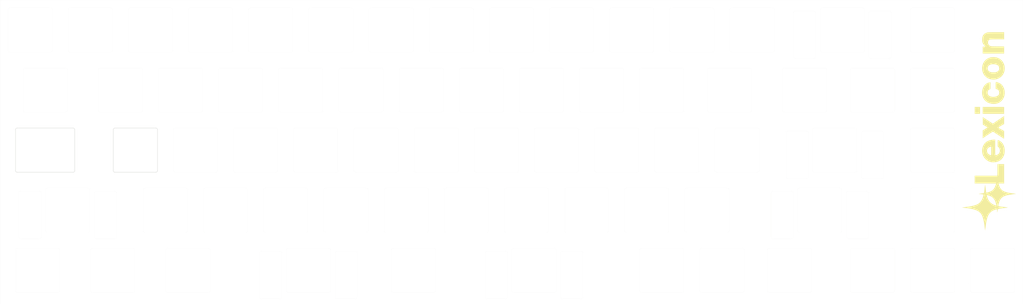
<source format=kicad_pcb>
(kicad_pcb (version 20221018) (generator pcbnew)
  (layers (0 "F.Cu" signal) (31 "B.Cu" signal) (34 "B.Paste" user) (35 "F.Paste" user) (36 "B.SilkS" user "B.Silkscreen") (37 "F.SilkS" user "F.Silkscreen") (38 "B.Mask" user) (39 "F.Mask" user) (44 "Edge.Cuts" user))
  (net 0 "")
  (footprint "MountingHole:MountingHole_2.2mm_M2" (layer "F.Cu") (at 195.2625 160.734375)
    (fp_text reference "H5")
    (fp_text value "MountingHole")
    (pad "" np_thru_hole circle (at 0 0) (size 2.2 2.2) (drill 2.2) (layers "*.Cu" "*.Mask"))
  )
  (footprint "MountingHole:MountingHole_2.2mm_M2" (layer "F.Cu") (at 366.7125 76.2)
    (fp_text reference "H7")
    (fp_text value "MountingHole")
    (pad "" np_thru_hole circle (at 0 0) (size 2.2 2.2) (drill 2.2) (layers "*.Cu" "*.Mask"))
  )
  (footprint "MountingHole:MountingHole_2.2mm_M2" (layer "F.Cu") (at 200.025 76.2)
    (fp_text reference "H4")
    (fp_text value "MountingHole")
    (pad "" np_thru_hole circle (at 0 0) (size 2.2 2.2) (drill 2.2) (layers "*.Cu" "*.Mask"))
  )
  (footprint "MountingHole:MountingHole_2.2mm_M2" (layer "F.Cu") (at 66.675 76.2)
    (fp_text reference "H1")
    (fp_text value "MountingHole")
    (pad "" np_thru_hole circle (at 0 0) (size 2.2 2.2) (drill 2.2) (layers "*.Cu" "*.Mask"))
  )
  (footprint "FOOTPRINTS:LEXICON LOGO 60MM" (layer "F.Cu") (at 360.759375 113.109375 90)
    (fp_text reference "G***")
    (fp_text value "LOGO" hide)
  )
  (footprint "MountingHole:MountingHole_2.2mm_M2" (layer "F.Cu") (at 70.246875 160.734375)
    (fp_text reference "H2")
    (fp_text value "MountingHole")
    (pad "" np_thru_hole circle (at 0 0) (size 2.2 2.2) (drill 2.2) (layers "*.Cu" "*.Mask"))
  )
  (footprint "MountingHole:MountingHole_2.2mm_M2" (layer "F.Cu") (at 352.425 160.734375)
    (fp_text reference "H8")
    (fp_text value "MountingHole")
    (pad "" np_thru_hole circle (at 0 0) (size 2.2 2.2) (drill 2.2) (layers "*.Cu" "*.Mask"))
  )
  (footprint "MountingHole:MountingHole_2.2mm_M2" (layer "F.Cu") (at 119.0625 117.871875)
    (fp_text reference "H3")
    (fp_text value "MountingHole")
    (pad "" np_thru_hole circle (at 0 0) (size 2.2 2.2) (drill 2.2) (layers "*.Cu" "*.Mask"))
  )
  (footprint "MountingHole:MountingHole_2.2mm_M2" (layer "F.Cu") (at 291.703125 118.25)
    (fp_text reference "H6")
    (fp_text value "MountingHole")
    (pad "" np_thru_hole circle (at 0 0) (size 2.2 2.2) (drill 2.2) (layers "*.Cu" "*.Mask"))
  )
  (gr_line (start 164.1625 131.6125) (end 164.1625 144.6125) (stroke (width 0.01)) (layer "Edge.Cuts"))
  (gr_arc (start 216.05 73.9625) (mid 216.403553 74.108947) (end 216.55 74.4625) (stroke (width 0.01)) (layer "Edge.Cuts"))
  (gr_line (start 62.05625 131.6125) (end 62.05625 144.6125) (stroke (width 0.01)) (layer "Edge.Cuts"))
  (gr_line (start 335.9 93.5125) (end 335.9 106.5125) (stroke (width 0.01)) (layer "Edge.Cuts"))
  (gr_line (start 255.4375 112.0625) (end 268.4375 112.0625) (stroke (width 0.01)) (layer "Edge.Cuts"))
  (gr_line (start 203.05 73.9625) (end 216.05 73.9625) (stroke (width 0.01)) (layer "Edge.Cuts"))
  (gr_arc (start 349.4 131.1125) (mid 349.753553 131.258947) (end 349.9 131.6125) (stroke (width 0.01)) (layer "Edge.Cuts"))
  (gr_line (start 50.65 87.9625) (end 63.65 87.9625) (stroke (width 0.01)) (layer "Edge.Cuts"))
  (gr_line (start 140.6375 112.5625) (end 140.6375 125.5625) (stroke (width 0.01)) (layer "Edge.Cuts"))
  (gr_line (start 300.18125 131.6125) (end 300.18125 144.6125) (stroke (width 0.01)) (layer "Edge.Cuts"))
  (gr_line (start 66.53125 150.6625) (end 66.53125 163.6625) (stroke (width 0.01)) (layer "Edge.Cuts"))
  (gr_line (start 198.2875 112.0625) (end 211.2875 112.0625) (stroke (width 0.01)) (layer "Edge.Cuts"))
  (gr_line (start 335.9 131.6125) (end 335.9 144.6125) (stroke (width 0.01)) (layer "Edge.Cuts"))
  (gr_arc (start 178.45 87.4625) (mid 178.303553 87.816053) (end 177.95 87.9625) (stroke (width 0.01)) (layer "Edge.Cuts"))
  (gr_line (start 79.225 93.0125) (end 92.225 93.0125) (stroke (width 0.01)) (layer "Edge.Cuts"))
  (gr_arc (start 102.5375 112.5625) (mid 102.683947 112.208947) (end 103.0375 112.0625) (stroke (width 0.01)) (layer "Edge.Cuts"))
  (gr_line (start 197.7875 112.5625) (end 197.7875 125.5625) (stroke (width 0.01)) (layer "Edge.Cuts"))
  (gr_arc (start 185.09375 150.1625) (mid 185.447271 150.308964) (end 185.59375 150.6625) (stroke (width 0.01)) (layer "Edge.Cuts"))
  (gr_line (start 292.24325 132.1125) (end 298.24325 132.1125) (stroke (width 0.01)) (layer "Edge.Cuts"))
  (gr_line (start 84.49425 132.6125) (end 84.49425 146.6125) (stroke (width 0.01)) (layer "Edge.Cuts"))
  (gr_line (start 193.025 93.5125) (end 193.025 106.5125) (stroke (width 0.01)) (layer "Edge.Cuts"))
  (gr_line (start 164.95 73.9625) (end 177.95 73.9625) (stroke (width 0.01)) (layer "Edge.Cuts"))
  (gr_line (start 300.68125 131.1125) (end 313.68125 131.1125) (stroke (width 0.01)) (layer "Edge.Cuts"))
  (gr_line (start 250.675 150.1625) (end 263.675 150.1625) (stroke (width 0.01)) (layer "Edge.Cuts"))
  (gr_line (start 255.4375 126.0625) (end 268.4375 126.0625) (stroke (width 0.01)) (layer "Edge.Cuts"))
  (gr_line (start 126.0625 131.6125) (end 126.0625 144.6125) (stroke (width 0.01)) (layer "Edge.Cuts"))
  (gr_line (start 240.3625 131.6125) (end 240.3625 144.6125) (stroke (width 0.01)) (layer "Edge.Cuts"))
  (gr_arc (start 316.85 150.6625) (mid 316.996447 150.308947) (end 317.35 150.1625) (stroke (width 0.01)) (layer "Edge.Cuts"))
  (gr_line (start 130.825 93.5125) (end 130.825 106.5125) (stroke (width 0.01)) (layer "Edge.Cuts"))
  (gr_line (start 202.2625 131.6125) (end 202.2625 144.6125) (stroke (width 0.01)) (layer "Edge.Cuts"))
  (gr_arc (start 240.3625 144.6125) (mid 240.216053 144.966053) (end 239.8625 145.1125) (stroke (width 0.01)) (layer "Edge.Cuts"))
  (gr_arc (start 136.81825 165.6625) (mid 136.671806 166.016071) (end 136.31825 166.1625) (stroke (width 0.01)) (layer "Edge.Cuts"))
  (gr_line (start 249.8875 112.5625) (end 249.8875 125.5625) (stroke (width 0.01)) (layer "Edge.Cuts"))
  (gr_arc (start 164.1625 144.6125) (mid 164.016053 144.966053) (end 163.6625 145.1125) (stroke (width 0.01)) (layer "Edge.Cuts"))
  (gr_line (start 47.625 167.878125) (end 371.475 167.878125) (stroke (width 0.01)) (layer "Edge.Cuts"))
  (gr_arc (start 329.763 89.4625) (mid 329.616553 89.816053) (end 329.263 89.9625) (stroke (width 0.01)) (layer "Edge.Cuts"))
  (gr_arc (start 240.65 74.4625) (mid 240.796447 74.108947) (end 241.15 73.9625) (stroke (width 0.01)) (layer "Edge.Cuts"))
  (gr_arc (start 50.15 74.4625) (mid 50.296447 74.108947) (end 50.65 73.9625) (stroke (width 0.01)) (layer "Edge.Cuts"))
  (gr_line (start 307.825 87.9625) (end 320.825 87.9625) (stroke (width 0.01)) (layer "Edge.Cuts"))
  (gr_arc (start 221.6 74.4625) (mid 221.746447 74.108947) (end 222.1 73.9625) (stroke (width 0.01)) (layer "Edge.Cuts"))
  (gr_arc (start 122.0875 126.0625) (mid 121.733947 125.916053) (end 121.5875 125.5625) (stroke (width 0.01)) (layer "Edge.Cuts"))
  (gr_line (start 279.25 73.9625) (end 292.25 73.9625) (stroke (width 0.01)) (layer "Edge.Cuts"))
  (gr_arc (start 250.675 164.1625) (mid 250.321447 164.016053) (end 250.175 163.6625) (stroke (width 0.01)) (layer "Edge.Cuts"))
  (gr_arc (start 260.2 87.9625) (mid 259.846447 87.816053) (end 259.7 87.4625) (stroke (width 0.01)) (layer "Edge.Cuts"))
  (gr_line (start 130.31825 151.1625) (end 136.31825 151.1625) (stroke (width 0.01)) (layer "Edge.Cuts"))
  (gr_line (start 305.44375 126.0625) (end 318.44375 126.0625) (stroke (width 0.01)) (layer "Edge.Cuts"))
  (gr_line (start 250.675 164.1625) (end 263.675 164.1625) (stroke (width 0.01)) (layer "Edge.Cuts"))
  (gr_arc (start 320.88175 128.0625) (mid 320.528229 127.916036) (end 320.38175 127.5625) (stroke (width 0.01)) (layer "Edge.Cuts"))
  (gr_arc (start 285.10625 93.0125) (mid 285.459771 93.158964) (end 285.60625 93.5125) (stroke (width 0.01)) (layer "Edge.Cuts"))
  (gr_arc (start 368.45 150.1625) (mid 368.803553 150.308947) (end 368.95 150.6625) (stroke (width 0.01)) (layer "Edge.Cuts"))
  (gr_arc (start 268.4375 112.0625) (mid 268.791053 112.208947) (end 268.9375 112.5625) (stroke (width 0.01)) (layer "Edge.Cuts"))
  (gr_arc (start 254.15 73.9625) (mid 254.503553 74.108947) (end 254.65 74.4625) (stroke (width 0.01)) (layer "Edge.Cuts"))
  (gr_line (start 235.6 74.4625) (end 235.6 87.4625) (stroke (width 0.01)) (layer "Edge.Cuts"))
  (gr_line (start 274.4875 112.0625) (end 287.4875 112.0625) (stroke (width 0.01)) (layer "Edge.Cuts"))
  (gr_line (start 107.8 87.9625) (end 120.8 87.9625) (stroke (width 0.01)) (layer "Edge.Cuts"))
  (gr_arc (start 69.7 87.9625) (mid 69.346447 87.816053) (end 69.2 87.4625) (stroke (width 0.01)) (layer "Edge.Cuts"))
  (gr_line (start 316.11925 132.1125) (end 322.11925 132.1125) (stroke (width 0.01)) (layer "Edge.Cuts"))
  (gr_line (start 254.65 74.4625) (end 254.65 87.4625) (stroke (width 0.01)) (layer "Edge.Cuts"))
  (gr_line (start 274.4875 126.0625) (end 287.4875 126.0625) (stroke (width 0.01)) (layer "Edge.Cuts"))
  (gr_arc (start 135.5875 125.5625) (mid 135.441053 125.916053) (end 135.0875 126.0625) (stroke (width 0.01)) (layer "Edge.Cuts"))
  (gr_arc (start 349.9 144.6125) (mid 349.753553 144.966053) (end 349.4 145.1125) (stroke (width 0.01)) (layer "Edge.Cuts"))
  (gr_line (start 138.75625 150.1625) (end 151.75625 150.1625) (stroke (width 0.01)) (layer "Edge.Cuts"))
  (gr_arc (start 255.4375 126.0625) (mid 255.083947 125.916053) (end 254.9375 125.5625) (stroke (width 0.01)) (layer "Edge.Cuts"))
  (gr_arc (start 188.2625 131.6125) (mid 188.408947 131.258947) (end 188.7625 131.1125) (stroke (width 0.01)) (layer "Edge.Cuts"))
  (gr_line (start 169.7125 145.1125) (end 182.7125 145.1125) (stroke (width 0.01)) (layer "Edge.Cuts"))
  (gr_line (start 318.94375 112.5625) (end 318.94375 125.5625) (stroke (width 0.01)) (layer "Edge.Cuts"))
  (gr_line (start 336.4 126.0625) (end 349.4 126.0625) (stroke (width 0.01)) (layer "Edge.Cuts"))
  (gr_line (start 159.6875 112.5625) (end 159.6875 125.5625) (stroke (width 0.01)) (layer "Edge.Cuts"))
  (gr_line (start 169.2125 131.6125) (end 169.2125 144.6125) (stroke (width 0.01)) (layer "Edge.Cuts"))
  (gr_arc (start 100.15625 150.6625) (mid 100.302694 150.308929) (end 100.65625 150.1625) (stroke (width 0.01)) (layer "Edge.Cuts"))
  (gr_line (start 368.95 150.6625) (end 368.95 163.6625) (stroke (width 0.01)) (layer "Edge.Cuts"))
  (gr_line (start 62.55625 131.1125) (end 75.55625 131.1125) (stroke (width 0.01)) (layer "Edge.Cuts"))
  (gr_line (start 100.15625 150.6625) (end 100.15625 163.6625) (stroke (width 0.01)) (layer "Edge.Cuts"))
  (gr_arc (start 179.2375 126.0625) (mid 178.883947 125.916053) (end 178.7375 125.5625) (stroke (width 0.01)) (layer "Edge.Cuts"))
  (gr_line (start 335.9 74.4625) (end 335.9 87.4625) (stroke (width 0.01)) (layer "Edge.Cuts"))
  (gr_arc (start 264.9625 145.1125) (mid 264.608947 144.966053) (end 264.4625 144.6125) (stroke (width 0.01)) (layer "Edge.Cuts"))
  (gr_line (start 291.15625 164.1625) (end 304.15625 164.1625) (stroke (width 0.01)) (layer "Edge.Cuts"))
  (gr_arc (start 197.5 87.4625) (mid 197.353553 87.816053) (end 197 87.9625) (stroke (width 0.01)) (layer "Edge.Cuts"))
  (gr_line (start 54.9125 93.5125) (end 54.9125 106.5125) (stroke (width 0.01)) (layer "Edge.Cuts"))
  (gr_arc (start 273.2 73.9625) (mid 273.553553 74.108947) (end 273.7 74.4625) (stroke (width 0.01)) (layer "Edge.Cuts"))
  (gr_line (start 241.15 87.9625) (end 254.15 87.9625) (stroke (width 0.01)) (layer "Edge.Cuts"))
  (gr_arc (start 307.325 74.4625) (mid 307.471447 74.108947) (end 307.825 73.9625) (stroke (width 0.01)) (layer "Edge.Cuts"))
  (gr_line (start 135.5875 112.5625) (end 135.5875 125.5625) (stroke (width 0.01)) (layer "Edge.Cuts"))
  (gr_arc (start 349.9 87.4625) (mid 349.753553 87.816053) (end 349.4 87.9625) (stroke (width 0.01)) (layer "Edge.Cuts"))
  (gr_line (start 208.25575 151.6625) (end 208.25575 165.6625) (stroke (width 0.01)) (layer "Edge.Cuts"))
  (gr_line (start 193.525 107.0125) (end 206.525 107.0125) (stroke (width 0.01)) (layer "Edge.Cuts"))
  (gr_line (start 230.8375 112.5625) (end 230.8375 125.5625) (stroke (width 0.01)) (layer "Edge.Cuts"))
  (gr_arc (start 292.24325 147.1125) (mid 291.889729 146.966036) (end 291.74325 146.6125) (stroke (width 0.01)) (layer "Edge.Cuts"))
  (gr_arc (start 76.05625 144.6125) (mid 75.909806 144.966071) (end 75.55625 145.1125) (stroke (width 0.01)) (layer "Edge.Cuts"))
  (gr_line (start 250.675 93.0125) (end 263.675 93.0125) (stroke (width 0.01)) (layer "Edge.Cuts"))
  (gr_arc (start 210.19375 164.1625) (mid 209.840229 164.016036) (end 209.69375 163.6625) (stroke (width 0.01)) (layer "Edge.Cuts"))
  (gr_line (start 126.35 74.4625) (end 126.35 87.4625) (stroke (width 0.01)) (layer "Edge.Cuts"))
  (gr_line (start 69.2 74.4625) (end 69.2 87.4625) (stroke (width 0.01)) (layer "Edge.Cuts"))
  (gr_line (start 304.94375 112.5625) (end 304.94375 125.5625) (stroke (width 0.01)) (layer "Edge.Cuts"))
  (gr_line (start 254.9375 112.5625) (end 254.9375 125.5625) (stroke (width 0.01)) (layer "Edge.Cuts"))
  (gr_arc (start 113.65625 150.1625) (mid 114.009771 150.308964) (end 114.15625 150.6625) (stroke (width 0.01)) (layer "Edge.Cuts"))
  (gr_line (start 212.575 93.0125) (end 225.575 93.0125) (stroke (width 0.01)) (layer "Edge.Cuts"))
  (gr_arc (start 268.9375 125.5625) (mid 268.791053 125.916053) (end 268.4375 126.0625) (stroke (width 0.01)) (layer "Edge.Cuts"))
  (gr_arc (start 107.0125 144.6125) (mid 106.866053 144.966053) (end 106.5125 145.1125) (stroke (width 0.01)) (layer "Edge.Cuts"))
  (gr_line (start 317.35 107.0125) (end 330.35 107.0125) (stroke (width 0.01)) (layer "Edge.Cuts"))
  (gr_line (start 217.3375 112.0625) (end 230.3375 112.0625) (stroke (width 0.01)) (layer "Edge.Cuts"))
  (gr_line (start 291.74325 132.6125) (end 291.74325 146.6125) (stroke (width 0.01)) (layer "Edge.Cuts"))
  (gr_arc (start 130.825 106.5125) (mid 130.678553 106.866053) (end 130.325 107.0125) (stroke (width 0.01)) (layer "Edge.Cuts"))
  (gr_arc (start 330.35 93.0125) (mid 330.703553 93.158947) (end 330.85 93.5125) (stroke (width 0.01)) (layer "Edge.Cuts"))
  (gr_arc (start 76.34375 150.6625) (mid 76.490194 150.308929) (end 76.84375 150.1625) (stroke (width 0.01)) (layer "Edge.Cuts"))
  (gr_line (start 336.4 150.1625) (end 349.4 150.1625) (stroke (width 0.01)) (layer "Edge.Cuts"))
  (gr_arc (start 76.84375 164.1625) (mid 76.490229 164.016036) (end 76.34375 163.6625) (stroke (width 0.01)) (layer "Edge.Cuts"))
  (gr_line (start 140.35 74.4625) (end 140.35 87.4625) (stroke (width 0.01)) (layer "Edge.Cuts"))
  (gr_arc (start 173.1875 112.0625) (mid 173.541053 112.208947) (end 173.6875 112.5625) (stroke (width 0.01)) (layer "Edge.Cuts"))
  (gr_arc (start 305.887 89.4625) (mid 305.740553 89.816053) (end 305.387 89.9625) (stroke (width 0.01)) (layer "Edge.Cuts"))
  (gr_arc (start 231.125 93.5125) (mid 231.271447 93.158947) (end 231.625 93.0125) (stroke (width 0.01)) (layer "Edge.Cuts"))
  (gr_arc (start 197 73.9625) (mid 197.353553 74.108947) (end 197.5 74.4625) (stroke (width 0.01)) (layer "Edge.Cuts"))
  (gr_arc (start 313.68125 131.1125) (mid 314.034771 131.258964) (end 314.18125 131.6125) (stroke (width 0.01)) (layer "Edge.Cuts"))
  (gr_line (start 62.55625 145.1125) (end 75.55625 145.1125) (stroke (width 0.01)) (layer "Edge.Cuts"))
  (gr_line (start 291.15625 150.1625) (end 304.15625 150.1625) (stroke (width 0.01)) (layer "Edge.Cuts"))
  (gr_line (start 83.4875 112.5625) (end 83.4875 125.5625) (stroke (width 0.1)) (layer "Edge.Cuts"))
  (gr_arc (start 245.4125 131.6125) (mid 245.558947 131.258947) (end 245.9125 131.1125) (stroke (width 0.01)) (layer "Edge.Cuts"))
  (gr_line (start 300.68125 145.1125) (end 313.68125 145.1125) (stroke (width 0.01)) (layer "Edge.Cuts"))
  (gr_arc (start 323.263 89.9625) (mid 322.909447 89.816053) (end 322.763 89.4625) (stroke (width 0.01)) (layer "Edge.Cuts"))
  (gr_line (start 316.85 93.5125) (end 316.85 106.5125) (stroke (width 0.01)) (layer "Edge.Cuts"))
  (gr_line (start 154.19425 166.1625) (end 160.19425 166.1625) (stroke (width 0.01)) (layer "Edge.Cuts"))
  (gr_arc (start 202.55 74.4625) (mid 202.696447 74.108947) (end 203.05 73.9625) (stroke (width 0.01)) (layer "Edge.Cuts"))
  (gr_arc (start 316.11925 147.1125) (mid 315.765729 146.966036) (end 315.61925 146.6125) (stroke (width 0.01)) (layer "Edge.Cuts"))
  (gr_line (start 303.50575 113.5625) (end 303.50575 127.5625) (stroke (width 0.01)) (layer "Edge.Cuts"))
  (gr_arc (start 278.75 74.4625) (mid 278.896447 74.108947) (end 279.25 73.9625) (stroke (width 0.01)) (layer "Edge.Cuts"))
  (gr_arc (start 92.225 93.0125) (mid 92.578553 93.158947) (end 92.725 93.5125) (stroke (width 0.01)) (layer "Edge.Cuts"))
  (gr_line (start 117.325 93.0125) (end 130.325 93.0125) (stroke (width 0.01)) (layer "Edge.Cuts"))
  (gr_line (start 79.225 107.0125) (end 92.225 107.0125) (stroke (width 0.01)) (layer "Edge.Cuts"))
  (gr_arc (start 135.875 93.5125) (mid 136.021447 93.158947) (end 136.375 93.0125) (stroke (width 0.01)) (layer "Edge.Cuts"))
  (gr_line (start 327.38175 113.5625) (end 327.38175 127.5625) (stroke (width 0.01)) (layer "Edge.Cuts"))
  (gr_arc (start 183.5 74.4625) (mid 183.646447 74.108947) (end 184 73.9625) (stroke (width 0.01)) (layer "Edge.Cuts"))
  (gr_line (start 317.35 164.1625) (end 330.35 164.1625) (stroke (width 0.01)) (layer "Edge.Cuts"))
  (gr_line (start 138.25625 150.6625) (end 138.25625 163.6625) (stroke (width 0.01)) (layer "Edge.Cuts"))
  (gr_arc (start 278.4625 144.6125) (mid 278.316053 144.966053) (end 277.9625 145.1125) (stroke (width 0.01)) (layer "Edge.Cuts"))
  (gr_line (start 178.45 74.4625) (end 178.45 87.4625) (stroke (width 0.01)) (layer "Edge.Cuts"))
  (gr_arc (start 272.10625 107.0125) (mid 271.752729 106.866036) (end 271.60625 106.5125) (stroke (width 0.01)) (layer "Edge.Cuts"))
  (gr_arc (start 335.9 150.6625) (mid 336.046447 150.308947) (end 336.4 150.1625) (stroke (width 0.01)) (layer "Edge.Cuts"))
  (gr_arc (start 271.60625 93.5125) (mid 271.752694 93.158929) (end 272.10625 93.0125) (stroke (width 0.01)) (layer "Edge.Cuts"))
  (gr_arc (start 117.325 107.0125) (mid 116.971447 106.866053) (end 116.825 106.5125) (stroke (width 0.01)) (layer "Edge.Cuts"))
  (gr_arc (start 211.2875 112.0625) (mid 211.641053 112.208947) (end 211.7875 112.5625) (stroke (width 0.01)) (layer "Edge.Cuts"))
  (gr_line (start 273.9875 112.5625) (end 273.9875 125.5625) (stroke (width 0.01)) (layer "Edge.Cuts"))
  (gr_line (start 116.5375 112.5625) (end 116.5375 125.5625) (stroke (width 0.01)) (layer "Edge.Cuts"))
  (gr_arc (start 241.15 87.9625) (mid 240.796447 87.816053) (end 240.65 87.4625) (stroke (width 0.01)) (layer "Edge.Cuts"))
  (gr_arc (start 187.475 93.0125) (mid 187.828553 93.158947) (end 187.975 93.5125) (stroke (width 0.01)) (layer "Edge.Cuts"))
  (gr_arc (start 126.85 87.9625) (mid 126.496447 87.816053) (end 126.35 87.4625) (stroke (width 0.01)) (layer "Edge.Cuts"))
  (gr_arc (start 207.025 106.5125) (mid 206.878553 106.866053) (end 206.525 107.0125) (stroke (width 0.01)) (layer "Edge.Cuts"))
  (gr_line (start 129.81825 151.6625) (end 129.81825 165.6625) (stroke (width 0.01)) (layer "Edge.Cuts"))
  (gr_arc (start 75.55625 131.1125) (mid 75.909771 131.258964) (end 76.05625 131.6125) (stroke (width 0.01)) (layer "Edge.Cuts"))
  (gr_line (start 201.25575 151.6625) (end 201.25575 165.6625) (stroke (width 0.01)) (layer "Edge.Cuts"))
  (gr_line (start 77.99425 147.1125) (end 83.99425 147.1125) (stroke (width 0.01)) (layer "Edge.Cuts"))
  (gr_arc (start 88.25 74.4625) (mid 88.396447 74.108947) (end 88.75 73.9625) (stroke (width 0.01)) (layer "Edge.Cuts"))
  (gr_arc (start 249.3875 112.0625) (mid 249.741053 112.208947) (end 249.8875 112.5625) (stroke (width 0.01)) (layer "Edge.Cuts"))
  (gr_arc (start 193.525 107.0125) (mid 193.171447 106.866053) (end 193.025 106.5125) (stroke (width 0.01)) (layer "Edge.Cuts"))
  (gr_arc (start 296.50575 113.5625) (mid 296.652194 113.208929) (end 297.00575 113.0625) (stroke (width 0.01)) (layer "Edge.Cuts"))
  (gr_arc (start 322.11925 132.1125) (mid 322.472771 132.258964) (end 322.61925 132.6125) (stroke (width 0.01)) (layer "Edge.Cuts"))
  (gr_arc (start 92.725 106.5125) (mid 92.578553 106.866053) (end 92.225 107.0125) (stroke (width 0.01)) (layer "Edge.Cuts"))
  (gr_arc (start 336.4 87.9625) (mid 336.046447 87.816053) (end 335.9 87.4625) (stroke (width 0.01)) (layer "Edge.Cuts"))
  (gr_line (start 83.9875 126.0625) (end 96.9875 126.0625) (stroke (width 0.1)) (layer "Edge.Cuts"))
  (gr_line (start 235.8875 112.5625) (end 235.8875 125.5625) (stroke (width 0.01)) (layer "Edge.Cuts"))
  (gr_arc (start 290.65625 150.6625) (mid 290.802694 150.308929) (end 291.15625 150.1625) (stroke (width 0.01)) (layer "Edge.Cuts"))
  (gr_arc (start 184 87.9625) (mid 183.646447 87.816053) (end 183.5 87.4625) (stroke (width 0.01)) (layer "Edge.Cuts"))
  (gr_arc (start 160.1875 126.0625) (mid 159.833947 125.916053) (end 159.6875 125.5625) (stroke (width 0.01)) (layer "Edge.Cuts"))
  (gr_line (start 98.275 107.0125) (end 111.275 107.0125) (stroke (width 0.01)) (layer "Edge.Cuts"))
  (gr_arc (start 149.375 93.0125) (mid 149.728553 93.158947) (end 149.875 93.5125) (stroke (width 0.01)) (layer "Edge.Cuts"))
  (gr_line (start 77.99425 132.1125) (end 83.99425 132.1125) (stroke (width 0.01)) (layer "Edge.Cuts"))
  (gr_line (start 169.7125 131.1125) (end 182.7125 131.1125) (stroke (width 0.01)) (layer "Edge.Cuts"))
  (gr_line (start 97.4875 125.5625) (end 97.4875 112.5625) (stroke (width 0.1)) (layer "Edge.Cuts"))
  (gr_line (start 136.375 93.0125) (end 149.375 93.0125) (stroke (width 0.01)) (layer "Edge.Cuts"))
  (gr_line (start 122.0875 112.0625) (end 135.0875 112.0625) (stroke (width 0.01)) (layer "Edge.Cuts"))
  (gr_line (start 121.3 74.4625) (end 121.3 87.4625) (stroke (width 0.01)) (layer "Edge.Cuts"))
  (gr_arc (start 304.65625 163.6625) (mid 304.509806 164.016071) (end 304.15625 164.1625) (stroke (width 0.01)) (layer "Edge.Cuts"))
  (gr_line (start 164.95 87.9625) (end 177.95 87.9625) (stroke (width 0.01)) (layer "Edge.Cuts"))
  (gr_line (start 305.44375 112.0625) (end 318.44375 112.0625) (stroke (width 0.01)) (layer "Edge.Cuts"))
  (gr_arc (start 212.075 93.5125) (mid 212.221447 93.158947) (end 212.575 93.0125) (stroke (width 0.01)) (layer "Edge.Cuts"))
  (gr_arc (start 315.61925 132.6125) (mid 315.765694 132.258929) (end 316.11925 132.1125) (stroke (width 0.01)) (layer "Edge.Cuts"))
  (gr_arc (start 53.03125 164.1625) (mid 52.677697 164.016053) (end 52.53125 163.6625) (stroke (width 0.01)) (layer "Edge.Cuts"))
  (gr_arc (start 349.4 150.1625) (mid 349.753553 150.308947) (end 349.9 150.6625) (stroke (width 0.01)) (layer "Edge.Cuts"))
  (gr_arc (start 259.7 74.4625) (mid 259.846447 74.108947) (end 260.2 73.9625) (stroke (width 0.01)) (layer "Edge.Cuts"))
  (gr_line (start 145.9 87.9625) (end 158.9 87.9625) (stroke (width 0.01)) (layer "Edge.Cuts"))
  (gr_arc (start 326.88175 113.0625) (mid 327.235271 113.208964) (end 327.38175 113.5625) (stroke (width 0.01)) (layer "Edge.Cuts"))
  (gr_line (start 292.24325 147.1125) (end 298.24325 147.1125) (stroke (width 0.01)) (layer "Edge.Cuts"))
  (gr_arc (start 300.18125 131.6125) (mid 300.327694 131.258929) (end 300.68125 131.1125) (stroke (width 0.01)) (layer "Edge.Cuts"))
  (gr_arc (start 220.8125 131.1125) (mid 221.166053 131.258947) (end 221.3125 131.6125) (stroke (width 0.01)) (layer "Edge.Cuts"))
  (gr_line (start 138.75625 164.1625) (end 151.75625 164.1625) (stroke (width 0.01)) (layer "Edge.Cuts"))
  (gr_line (start 355.45 150.1625) (end 368.45 150.1625) (stroke (width 0.01)) (layer "Edge.Cuts"))
  (gr_line (start 164.45 74.4625) (end 164.45 87.4625) (stroke (width 0.01)) (layer "Edge.Cuts"))
  (gr_arc (start 169.2125 131.6125) (mid 169.358947 131.258947) (end 169.7125 131.1125) (stroke (width 0.01)) (layer "Edge.Cuts"))
  (gr_arc (start 317.35 164.1625) (mid 316.996447 164.016053) (end 316.85 163.6625) (stroke (width 0.01)) (layer "Edge.Cuts"))
  (gr_arc (start 53.03125 126.0625) (mid 52.677697 125.916053) (end 52.53125 125.5625) (stroke (width 0.1)) (layer "Edge.Cuts"))
  (gr_arc (start 107.8 87.9625) (mid 107.446447 87.816053) (end 107.3 87.4625) (stroke (width 0.01)) (layer "Edge.Cuts"))
  (gr_line (start 245.9125 145.1125) (end 258.9125 145.1125) (stroke (width 0.01)) (layer "Edge.Cuts"))
  (gr_arc (start 159.6875 112.5625) (mid 159.833947 112.208947) (end 160.1875 112.0625) (stroke (width 0.01)) (layer "Edge.Cuts"))
  (gr_arc (start 129.81825 151.6625) (mid 129.964694 151.308929) (end 130.31825 151.1625) (stroke (width 0.01)) (layer "Edge.Cuts"))
  (gr_line (start 107.3 74.4625) (end 107.3 87.4625) (stroke (width 0.01)) (layer "Edge.Cuts"))
  (gr_arc (start 155.425 107.0125) (mid 155.071447 106.866053) (end 154.925 106.5125) (stroke (width 0.01)) (layer "Edge.Cuts"))
  (gr_line (start 53.61825 132.6125) (end 53.61825 146.6125) (stroke (width 0.01)) (layer "Edge.Cuts"))
  (gr_arc (start 188.7625 145.1125) (mid 188.408947 144.966053) (end 188.2625 144.6125) (stroke (width 0.01)) (layer "Edge.Cuts"))
  (gr_arc (start 235.1 73.9625) (mid 235.453553 74.108947) (end 235.6 74.4625) (stroke (width 0.01)) (layer "Edge.Cuts"))
  (gr_arc (start 329.263 74.9625) (mid 329.616553 75.108947) (end 329.763 75.4625) (stroke (width 0.01)) (layer "Edge.Cuts"))
  (gr_line (start 70.79375 112.0625) (end 53.03125 112.0625) (stroke (width 0.1)) (layer "Edge.Cuts"))
  (gr_line (start 76.84375 164.1625) (end 89.84375 164.1625) (stroke (width 0.01)) (layer "Edge.Cuts"))
  (gr_arc (start 309.41875 106.5125) (mid 309.272306 106.866071) (end 308.91875 107.0125) (stroke (width 0.01)) (layer "Edge.Cuts"))
  (gr_line (start 60.61825 132.6125) (end 60.61825 146.6125) (stroke (width 0.01)) (layer "Edge.Cuts"))
  (gr_line (start 226.075 93.5125) (end 226.075 106.5125) (stroke (width 0.01)) (layer "Edge.Cuts"))
  (gr_arc (start 96.9875 112.0625) (mid 97.341053 112.208947) (end 97.4875 112.5625) (stroke (width 0.1)) (layer "Edge.Cuts"))
  (gr_arc (start 216.55 87.4625) (mid 216.403553 87.816053) (end 216.05 87.9625) (stroke (width 0.01)) (layer "Edge.Cuts"))
  (gr_line (start 225.63175 166.1625) (end 231.63175 166.1625) (stroke (width 0.01)) (layer "Edge.Cuts"))
  (gr_line (start 179.2375 126.0625) (end 192.2375 126.0625) (stroke (width 0.01)) (layer "Edge.Cuts"))
  (gr_arc (start 226.075 106.5125) (mid 225.928553 106.866053) (end 225.575 107.0125) (stroke (width 0.01)) (layer "Edge.Cuts"))
  (gr_arc (start 259.4125 144.6125) (mid 259.266053 144.966053) (end 258.9125 145.1125) (stroke (width 0.01)) (layer "Edge.Cuts"))
  (gr_line (start 299.387 74.9625) (end 305.387 74.9625) (stroke (width 0.01)) (layer "Edge.Cuts"))
  (gr_arc (start 250.675 107.0125) (mid 250.321447 106.866053) (end 250.175 106.5125) (stroke (width 0.01)) (layer "Edge.Cuts"))
  (gr_line (start 168.925 93.5125) (end 168.925 106.5125) (stroke (width 0.01)) (layer "Edge.Cuts"))
  (gr_line (start 307.825 73.9625) (end 320.825 73.9625) (stroke (width 0.01)) (layer "Edge.Cuts"))
  (gr_line (start 222.1 73.9625) (end 235.1 73.9625) (stroke (width 0.01)) (layer "Edge.Cuts"))
  (gr_line (start 171.59375 150.6625) (end 171.59375 163.6625) (stroke (width 0.01)) (layer "Edge.Cuts"))
  (gr_arc (start 53.61825 132.6125) (mid 53.764697 132.258947) (end 54.11825 132.1125) (stroke (width 0.01)) (layer "Edge.Cuts"))
  (gr_line (start 83.2 74.4625) (end 83.2 87.4625) (stroke (width 0.01)) (layer "Edge.Cuts"))
  (gr_line (start 221.3125 131.6125) (end 221.3125 144.6125) (stroke (width 0.01)) (layer "Edge.Cuts"))
  (gr_arc (start 216.8375 112.5625) (mid 216.983947 112.208947) (end 217.3375 112.0625) (stroke (width 0.01)) (layer "Edge.Cuts"))
  (gr_arc (start 114.15625 163.6625) (mid 114.009806 164.016071) (end 113.65625 164.1625) (stroke (width 0.01)) (layer "Edge.Cuts"))
  (gr_arc (start 327.38175 127.5625) (mid 327.235306 127.916071) (end 326.88175 128.0625) (stroke (width 0.01)) (layer "Edge.Cuts"))
  (gr_arc (start 305.44375 126.0625) (mid 305.090229 125.916036) (end 304.94375 125.5625) (stroke (width 0.01)) (layer "Edge.Cuts"))
  (gr_arc (start 131.6125 145.1125) (mid 131.258947 144.966053) (end 131.1125 144.6125) (stroke (width 0.01)) (layer "Edge.Cuts"))
  (gr_line (start 154.6375 112.5625) (end 154.6375 125.5625) (stroke (width 0.01)) (layer "Edge.Cuts"))
  (gr_line (start 52.53125 112.5625) (end 52.53125 125.5625) (stroke (width 0.1)) (layer "Edge.Cuts"))
  (gr_arc (start 298.887 75.4625) (mid 299.033447 75.108947) (end 299.387 74.9625) (stroke (width 0.01)) (layer "Edge.Cuts"))
  (gr_arc (start 254.65 87.4625) (mid 254.503553 87.816053) (end 254.15 87.9625) (stroke (width 0.01)) (layer "Edge.Cuts"))
  (gr_line (start 131.6125 145.1125) (end 144.6125 145.1125) (stroke (width 0.01)) (layer "Edge.Cuts"))
  (gr_arc (start 149.875 106.5125) (mid 149.728553 106.866053) (end 149.375 107.0125) (stroke (width 0.01)) (layer "Edge.Cuts"))
  (gr_line (start 111.775 93.5125) (end 111.775 106.5125) (stroke (width 0.01)) (layer "Edge.Cuts"))
  (gr_line (start 316.85 150.6625) (end 316.85 163.6625) (stroke (width 0.01)) (layer "Edge.Cuts"))
  (gr_line (start 47.625 71.4375) (end 371.475 71.4375) (stroke (width 0.01)) (layer "Edge.Cuts"))
  (gr_arc (start 150.1625 131.6125) (mid 150.308947 131.258947) (end 150.6625 131.1125) (stroke (width 0.01)) (layer "Edge.Cuts"))
  (gr_arc (start 217.3375 126.0625) (mid 216.983947 125.916053) (end 216.8375 125.5625) (stroke (width 0.01)) (layer "Edge.Cuts"))
  (gr_line (start 107.0125 131.6125) (end 107.0125 144.6125) (stroke (width 0.01)) (layer "Edge.Cuts"))
  (gr_arc (start 225.575 93.0125) (mid 225.928553 93.158947) (end 226.075 93.5125) (stroke (width 0.01)) (layer "Edge.Cuts"))
  (gr_arc (start 235.8875 112.5625) (mid 236.033947 112.208947) (end 236.3875 112.0625) (stroke (width 0.01)) (layer "Edge.Cuts"))
  (gr_line (start 155.425 93.0125) (end 168.425 93.0125) (stroke (width 0.01)) (layer "Edge.Cuts"))
  (gr_line (start 321.325 74.4625) (end 321.325 87.4625) (stroke (width 0.01)) (layer "Edge.Cuts"))
  (gr_line (start 117.325 107.0125) (end 130.325 107.0125) (stroke (width 0.01)) (layer "Edge.Cuts"))
  (gr_line (start 188.2625 131.6125) (end 188.2625 144.6125) (stroke (width 0.01)) (layer "Edge.Cuts"))
  (gr_arc (start 183.2125 144.6125) (mid 183.066053 144.966053) (end 182.7125 145.1125) (stroke (width 0.01)) (layer "Edge.Cuts"))
  (gr_line (start 135.875 93.5125) (end 135.875 106.5125) (stroke (width 0.01)) (layer "Edge.Cuts"))
  (gr_arc (start 164.45 74.4625) (mid 164.596447 74.108947) (end 164.95 73.9625) (stroke (width 0.01)) (layer "Edge.Cuts"))
  (gr_line (start 174.475 93.0125) (end 187.475 93.0125) (stroke (width 0.01)) (layer "Edge.Cuts"))
  (gr_arc (start 320.38175 113.5625) (mid 320.528194 113.208929) (end 320.88175 113.0625) (stroke (width 0.01)) (layer "Edge.Cuts"))
  (gr_arc (start 283.225 163.6625) (mid 283.078553 164.016053) (end 282.725 164.1625) (stroke (width 0.01)) (layer "Edge.Cuts"))
  (gr_arc (start 178.7375 112.5625) (mid 178.883947 112.208947) (end 179.2375 112.0625) (stroke (width 0.01)) (layer "Edge.Cuts"))
  (gr_arc (start 154.1375 112.0625) (mid 154.491053 112.208947) (end 154.6375 112.5625) (stroke (width 0.01)) (layer "Edge.Cuts"))
  (gr_arc (start 226.3625 131.6125) (mid 226.508947 131.258947) (end 226.8625 131.1125) (stroke (width 0.01)) (layer "Edge.Cuts"))
  (gr_line (start 150.1625 131.6125) (end 150.1625 144.6125) (stroke (width 0.01)) (layer "Edge.Cuts"))
  (gr_line (start 209.69375 150.6625) (end 209.69375 163.6625) (stroke (width 0.01)) (layer "Edge.Cuts"))
  (gr_arc (start 223.19375 150.1625) (mid 223.547271 150.308964) (end 223.69375 150.6625) (stroke (width 0.01)) (layer "Edge.Cuts"))
  (gr_line (start 226.8625 145.1125) (end 239.8625 145.1125) (stroke (width 0.01)) (layer "Edge.Cuts"))
  (gr_arc (start 185.59375 163.6625) (mid 185.447306 164.016071) (end 185.09375 164.1625) (stroke (width 0.01)) (layer "Edge.Cuts"))
  (gr_line (start 50.15 74.4625) (end 50.15 87.4625) (stroke (width 0.01)) (layer "Edge.Cuts"))
  (gr_arc (start 230.3375 112.0625) (mid 230.691053 112.208947) (end 230.8375 112.5625) (stroke (width 0.01)) (layer "Edge.Cuts"))
  (gr_line (start 225.63175 151.1625) (end 231.63175 151.1625) (stroke (width 0.01)) (layer "Edge.Cuts"))
  (gr_arc (start 126.0625 144.6125) (mid 125.916053 144.966053) (end 125.5625 145.1125) (stroke (width 0.01)) (layer "Edge.Cuts"))
  (gr_line (start 198.2875 126.0625) (end 211.2875 126.0625) (stroke (width 0.01)) (layer "Edge.Cuts"))
  (gr_arc (start 83.99425 132.1125) (mid 84.347771 132.258964) (end 84.49425 132.6125) (stroke (width 0.01)) (layer "Edge.Cuts"))
  (gr_arc (start 274.4875 126.0625) (mid 274.133947 125.916053) (end 273.9875 125.5625) (stroke (width 0.01)) (layer "Edge.Cuts"))
  (gr_arc (start 232.13175 165.6625) (mid 231.985306 166.016071) (end 231.63175 166.1625) (stroke (width 0.01)) (layer "Edge.Cuts"))
  (gr_line (start 150.6625 145.1125) (end 163.6625 145.1125) (stroke (width 0.01)) (layer "Edge.Cuts"))
  (gr_arc (start 173.975 93.5125) (mid 174.121447 93.158947) (end 174.475 93.0125) (stroke (width 0.01)) (layer "Edge.Cuts"))
  (gr_arc (start 136.31825 151.1625) (mid 136.671771 151.308964) (end 136.81825 151.6625) (stroke (width 0.01)) (layer "Edge.Cuts"))
  (gr_line (start 335.9 112.5625) (end 335.9 125.5625) (stroke (width 0.01)) (layer "Edge.Cuts"))
  (gr_line (start 268.9375 112.5625) (end 268.9375 125.5625) (stroke (width 0.01)) (layer "Edge.Cuts"))
  (gr_line (start 264.9625 145.1125) (end 277.9625 145.1125) (stroke (width 0.01)) (layer "Edge.Cuts"))
  (gr_arc (start 207.3125 131.6125) (mid 207.458947 131.258947) (end 207.8125 131.1125) (stroke (width 0.01)) (layer "Edge.Cuts"))
  (gr_line (start 305.887 75.4625) (end 305.887 89.4625) (stroke (width 0.01)) (layer "Edge.Cuts"))
  (gr_arc (start 249.8875 125.5625) (mid 249.741053 125.916053) (end 249.3875 126.0625) (stroke (width 0.01)) (layer "Edge.Cuts"))
  (gr_line (start 299.387 89.9625) (end 305.387 89.9625) (stroke (width 0.01)) (layer "Edge.Cuts"))
  (gr_arc (start 264.175 106.5125) (mid 264.028553 106.866053) (end 263.675 107.0125) (stroke (width 0.01)) (layer "Edge.Cuts"))
  (gr_line (start 322.61925 132.6125) (end 322.61925 146.6125) (stroke (width 0.01)) (layer "Edge.Cuts"))
  (gr_line (start 336.4 164.1625) (end 349.4 164.1625) (stroke (width 0.01)) (layer "Edge.Cuts"))
  (gr_arc (start 152.25625 163.6625) (mid 152.109806 164.016071) (end 151.75625 164.1625) (stroke (width 0.01)) (layer "Edge.Cuts"))
  (gr_line (start 78.725 93.5125) (end 78.725 106.5125) (stroke (width 0.01)) (layer "Edge.Cuts"))
  (gr_arc (start 145.1125 144.6125) (mid 144.966053 144.966053) (end 144.6125 145.1125) (stroke (width 0.01)) (layer "Edge.Cuts"))
  (gr_arc (start 206.525 93.0125) (mid 206.878553 93.158947) (end 207.025 93.5125) (stroke (width 0.01)) (layer "Edge.Cuts"))
  (gr_line (start 55.4125 93.0125) (end 68.4125 93.0125) (stroke (width 0.01)) (layer "Edge.Cuts"))
  (gr_line (start 298.887 75.4625) (end 298.887 89.4625) (stroke (width 0.01)) (layer "Edge.Cuts"))
  (gr_line (start 112.0625 131.6125) (end 112.0625 144.6125) (stroke (width 0.01)) (layer "Edge.Cuts"))
  (gr_arc (start 62.55625 145.1125) (mid 62.202729 144.966036) (end 62.05625 144.6125) (stroke (width 0.01)) (layer "Edge.Cuts"))
  (gr_line (start 222.1 87.9625) (end 235.1 87.9625) (stroke (width 0.01)) (layer "Edge.Cuts"))
  (gr_line (start 231.125 93.5125) (end 231.125 106.5125) (stroke (width 0.01)) (layer "Edge.Cuts"))
  (gr_arc (start 336.4 126.0625) (mid 336.046447 125.916053) (end 335.9 125.5625) (stroke (width 0.01)) (layer "Edge.Cuts"))
  (gr_line (start 210.19375 150.1625) (end 223.19375 150.1625) (stroke (width 0.01)) (layer "Edge.Cuts"))
  (gr_line (start 241.15 73.9625) (end 254.15 73.9625) (stroke (width 0.01)) (layer "Edge.Cuts"))
  (gr_line (start 184 87.9625) (end 197 87.9625) (stroke (width 0.01)) (layer "Edge.Cuts"))
  (gr_arc (start 111.275 93.0125) (mid 111.628553 93.158947) (end 111.775 93.5125) (stroke (width 0.01)) (layer "Edge.Cuts"))
  (gr_line (start 160.1875 126.0625) (end 173.1875 126.0625) (stroke (width 0.01)) (layer "Edge.Cuts"))
  (gr_line (start 259.4125 131.6125) (end 259.4125 144.6125) (stroke (width 0.01)) (layer "Edge.Cuts"))
  (gr_line (start 216.8375 112.5625) (end 216.8375 125.5625) (stroke (width 0.01)) (layer "Edge.Cuts"))
  (gr_arc (start 300.68125 145.1125) (mid 300.327729 144.966036) (end 300.18125 144.6125) (stroke (width 0.01)) (layer "Edge.Cuts"))
  (gr_line (start 130.31825 166.1625) (end 136.31825 166.1625) (stroke (width 0.01)) (layer "Edge.Cuts"))
  (gr_line (start 54.11825 132.1125) (end 60.11825 132.1125) (stroke (width 0.01)) (layer "Edge.Cuts"))
  (gr_arc (start 192.7375 125.5625) (mid 192.591053 125.916053) (end 192.2375 126.0625) (stroke (width 0.01)) (layer "Edge.Cuts"))
  (gr_line (start 88.75 73.9625) (end 101.75 73.9625) (stroke (width 0.01)) (layer "Edge.Cuts"))
  (gr_line (start 185.59375 150.6625) (end 185.59375 163.6625) (stroke (width 0.01)) (layer "Edge.Cuts"))
  (gr_line (start 295.91875 107.0125) (end 308.91875 107.0125) (stroke (width 0.01)) (layer "Edge.Cuts"))
  (gr_line (start 264.9625 131.1125) (end 277.9625 131.1125) (stroke (width 0.01)) (layer "Edge.Cuts"))
  (gr_line (start 316.11925 147.1125) (end 322.11925 147.1125) (stroke (width 0.01)) (layer "Edge.Cuts"))
  (gr_line (start 76.05625 131.6125) (end 76.05625 144.6125) (stroke (width 0.01)) (layer "Edge.Cuts"))
  (gr_arc (start 322.61925 146.6125) (mid 322.472806 146.966071) (end 322.11925 147.1125) (stroke (width 0.01)) (layer "Edge.Cuts"))
  (gr_arc (start 154.6375 125.5625) (mid 154.491053 125.916053) (end 154.1375 126.0625) (stroke (width 0.01)) (layer "Edge.Cuts"))
  (gr_arc (start 245.125 106.5125) (mid 244.978553 106.866053) (end 244.625 107.0125) (stroke (width 0.01)) (layer "Edge.Cuts"))
  (gr_arc (start 71.29375 125.5625) (mid 71.147306 125.916071) (end 70.79375 126.0625) (stroke (width 0.1)) (layer "Edge.Cuts"))
  (gr_arc (start 107.3 74.4625) (mid 107.446447 74.108947) (end 107.8 73.9625) (stroke (width 0.01)) (layer "Edge.Cuts"))
  (gr_arc (start 263.675 150.1625) (mid 264.028553 150.308947) (end 264.175 150.6625) (stroke (width 0.01)) (layer "Edge.Cuts"))
  (gr_line (start 197.5 74.4625) (end 197.5 87.4625) (stroke (width 0.01)) (layer "Edge.Cuts"))
  (gr_line (start 203.05 87.9625) (end 216.05 87.9625) (stroke (width 0.01)) (layer "Edge.Cuts"))
  (gr_line (start 53.03125 150.1625) (end 66.03125 150.1625) (stroke (width 0.01)) (layer "Edge.Cuts"))
  (gr_line (start 93.5125 145.1125) (end 106.5125 145.1125) (stroke (width 0.01)) (layer "Edge.Cuts"))
  (gr_arc (start 116.5375 125.5625) (mid 116.391053 125.916053) (end 116.0375 126.0625) (stroke (width 0.01)) (layer "Edge.Cuts"))
  (gr_arc (start 66.53125 163.6625) (mid 66.384806 164.016071) (end 66.03125 164.1625) (stroke (width 0.01)) (layer "Edge.Cuts"))
  (gr_arc (start 174.475 107.0125) (mid 174.121447 106.866053) (end 173.975 106.5125) (stroke (width 0.01)) (layer "Edge.Cuts"))
  (gr_line (start 141.1375 112.0625) (end 154.1375 112.0625) (stroke (width 0.01)) (layer "Edge.Cuts"))
  (gr_line (start 245.125 93.5125) (end 245.125 106.5125) (stroke (width 0.01)) (layer "Edge.Cuts"))
  (gr_line (start 298.74325 132.6125) (end 298.74325 146.6125) (stroke (width 0.01)) (layer "Edge.Cuts"))
  (gr_line (start 317.35 150.1625) (end 330.35 150.1625) (stroke (width 0.01)) (layer "Edge.Cuts"))
  (gr_arc (start 291.74325 132.6125) (mid 291.889694 132.258929) (end 292.24325 132.1125) (stroke (width 0.01)) (layer "Edge.Cuts"))
  (gr_arc (start 168.925 106.5125) (mid 168.778553 106.866053) (end 168.425 107.0125) (stroke (width 0.01)) (layer "Edge.Cuts"))
  (gr_arc (start 201.75575 166.1625) (mid 201.402229 166.016036) (end 201.25575 165.6625) (stroke (width 0.01)) (layer "Edge.Cuts"))
  (gr_line (start 250.175 93.5125) (end 250.175 106.5125) (stroke (width 0.01)) (layer "Edge.Cuts"))
  (gr_line (start 264.4625 131.6125) (end 264.4625 144.6125) (stroke (width 0.01)) (layer "Edge.Cuts"))
  (gr_arc (start 308.91875 93.0125) (mid 309.272271 93.158964) (end 309.41875 93.5125) (stroke (width 0.01)) (layer "Edge.Cuts"))
  (gr_arc (start 298.74325 146.6125) (mid 298.596806 146.966071) (end 298.24325 147.1125) (stroke (width 0.01)) (layer "Edge.Cuts"))
  (gr_line (start 279.25 87.9625) (end 292.25 87.9625) (stroke (width 0.01)) (layer "Edge.Cuts"))
  (gr_arc (start 207.75575 151.1625) (mid 208.109271 151.308964) (end 208.25575 151.6625) (stroke (width 0.01)) (layer "Edge.Cuts"))
  (gr_line (start 116.825 93.5125) (end 116.825 106.5125) (stroke (width 0.01)) (layer "Edge.Cuts"))
  (gr_line (start 188.7625 145.1125) (end 201.7625 145.1125) (stroke (width 0.01)) (layer "Edge.Cuts"))
  (gr_line (start 50.65 73.9625) (end 63.65 73.9625) (stroke (width 0.01)) (layer "Edge.Cuts"))
  (gr_line (start 193.525 93.0125) (end 206.525 93.0125) (stroke (width 0.01)) (layer "Edge.Cuts"))
  (gr_line (start 349.9 131.6125) (end 349.9 144.6125) (stroke (width 0.01)) (layer "Edge.Cuts"))
  (gr_arc (start 151.75625 150.1625) (mid 152.109771 150.308964) (end 152.25625 150.6625) (stroke (width 0.01)) (layer "Edge.Cuts"))
  (gr_line (start 126.85 73.9625) (end 139.85 73.9625) (stroke (width 0.01)) (layer "Edge.Cuts"))
  (gr_line (start 69.7 73.9625) (end 82.7 73.9625) (stroke (width 0.01)) (layer "Edge.Cuts"))
  (gr_line (start 336.4 131.1125) (end 349.4 131.1125) (stroke (width 0.01)) (layer "Edge.Cuts"))
  (gr_line (start 102.5375 112.5625) (end 102.5375 125.5625) (stroke (width 0.01)) (layer "Edge.Cuts"))
  (gr_arc (start 82.7 73.9625) (mid 83.053553 74.108947) (end 83.2 74.4625) (stroke (width 0.01)) (layer "Edge.Cuts"))
  (gr_arc (start 208.25575 165.6625) (mid 208.109306 166.016071) (end 207.75575 166.1625) (stroke (width 0.01)) (layer "Edge.Cuts"))
  (gr_arc (start 150.6625 145.1125) (mid 150.308947 144.966053) (end 150.1625 144.6125) (stroke (width 0.01)) (layer "Edge.Cuts"))
  (gr_arc (start 177.95 73.9625) (mid 178.303553 74.108947) (end 178.45 74.4625) (stroke (width 0.01)) (layer "Edge.Cuts"))
  (gr_arc (start 160.19425 151.1625) (mid 160.547771 151.308964) (end 160.69425 151.6625) (stroke (width 0.01)) (layer "Edge.Cuts"))
  (gr_line (start 285.60625 93.5125) (end 285.60625 106.5125) (stroke (width 0.01)) (layer "Edge.Cuts"))
  (gr_arc (start 254.9375 112.5625) (mid 255.083947 112.208947) (end 255.4375 112.0625) (stroke (width 0.01)) (layer "Edge.Cuts"))
  (gr_arc (start 78.725 93.5125) (mid 78.871447 93.158947) (end 79.225 93.0125) (stroke (width 0.01)) (layer "Edge.Cuts"))
  (gr_arc (start 307.825 87.9625) (mid 307.471447 87.816053) (end 307.325 87.4625) (stroke (width 0.01)) (layer "Edge.Cuts"))
  (gr_arc (start 89.84375 150.1625) (mid 90.197271 150.308964) (end 90.34375 150.6625) (stroke (width 0.01)) (layer "Edge.Cuts"))
  (gr_arc (start 197.7875 112.5625) (mid 197.933947 112.208947) (end 198.2875 112.0625) (stroke (width 0.01)) (layer "Edge.Cuts"))
  (gr_line (start 287.9875 112.5625) (end 287.9875 125.5625) (stroke (width 0.01)) (layer "Edge.Cuts"))
  (gr_line (start 187.975 93.5125) (end 187.975 106.5125) (stroke (width 0.01)) (layer "Edge.Cuts"))
  (gr_line (start 309.41875 93.5125) (end 309.41875 106.5125) (stroke (width 0.01)) (layer "Edge.Cuts"))
  (gr_line (start 76.84375 150.1625) (end 89.84375 150.1625) (stroke (width 0.01)) (layer "Edge.Cuts"))
  (gr_arc (start 335.9 112.5625) (mid 336.046447 112.208947) (end 336.4 112.0625) (stroke (width 0.01)) (layer "Edge.Cuts"))
  (gr_arc (start 60.11825 132.1125) (mid 60.471771 132.258964) (end 60.61825 132.6125) (stroke (width 0.01)) (layer "Edge.Cuts"))
  (gr_arc (start 120.8 73.9625) (mid 121.153553 74.108947) (end 121.3 74.4625) (stroke (width 0.01)) (layer "Edge.Cuts"))
  (gr_arc (start 317.35 107.0125) (mid 316.996447 106.866053) (end 316.85 106.5125) (stroke (width 0.01)) (layer "Edge.Cuts"))
  (gr_line (start 100.65625 150.1625) (end 113.65625 150.1625) (stroke (width 0.01)) (layer "Edge.Cuts"))
  (gr_arc (start 335.9 93.5125) (mid 336.046447 93.158947) (end 336.4 93.0125) (stroke (width 0.01)) (layer "Edge.Cuts"))
  (gr_arc (start 303.50575 127.5625) (mid 303.359306 127.916071) (end 303.00575 128.0625) (stroke (width 0.01)) (layer "Edge.Cuts"))
  (gr_arc (start 295.91875 107.0125) (mid 295.565229 106.866036) (end 295.41875 106.5125) (stroke (width 0.01)) (layer "Edge.Cuts"))
  (gr_arc (start 349.4 93.0125) (mid 349.753553 93.158947) (end 349.9 93.5125) (stroke (width 0.01)) (layer "Edge.Cuts"))
  (gr_arc (start 349.9 106.5125) (mid 349.753553 106.866053) (end 349.4 107.0125) (stroke (width 0.01)) (layer "Edge.Cuts"))
  (gr_line (start 68.9125 93.5125) (end 68.9125 106.5125) (stroke (width 0.01)) (layer "Edge.Cuts"))
  (gr_line (start 173.6875 112.5625) (end 173.6875 125.5625) (stroke (width 0.01)) (layer "Edge.Cuts"))
  (gr_line (start 271.60625 93.5125) (end 271.60625 106.5125) (stroke (width 0.01)) (layer "Edge.Cuts"))
  (gr_arc (start 320.825 73.9625) (mid 321.178553 74.108947) (end 321.325 74.4625) (stroke (width 0.01)) (layer "Edge.Cuts"))
  (gr_arc (start 145.4 74.4625) (mid 145.546447 74.108947) (end 145.9 73.9625) (stroke (width 0.01)) (layer "Edge.Cuts"))
  (gr_arc (start 153.69425 151.6625) (mid 153.840694 151.308929) (end 154.19425 151.1625) (stroke (width 0.01)) (layer "Edge.Cuts"))
  (gr_arc (start 330.85 106.5125) (mid 330.703553 106.866053) (end 330.35 107.0125) (stroke (width 0.01)) (layer "Edge.Cuts"))
  (gr_arc (start 239.8625 131.1125) (mid 240.216053 131.258947) (end 240.3625 131.6125) (stroke (width 0.01)) (layer "Edge.Cuts"))
  (gr_line (start 107.8 73.9625) (end 120.8 73.9625) (stroke (width 0.01)) (layer "Edge.Cuts"))
  (gr_arc (start 164.95 87.9625) (mid 164.596447 87.816053) (end 164.45 87.4625) (stroke (width 0.01)) (layer "Edge.Cuts"))
  (gr_line (start 329.763 75.4625) (end 329.763 89.4625) (stroke (width 0.01)) (layer "Edge.Cuts"))
  (gr_line (start 153.69425 151.6625) (end 153.69425 165.6625) (stroke (width 0.01)) (layer "Edge.Cuts"))
  (gr_line (start 355.45 164.1625) (end 368.45 164.1625) (stroke (width 0.01)) (layer "Edge.Cuts"))
  (gr_line (start 145.1125 131.6125) (end 145.1125 144.6125) (stroke (width 0.01)) (layer "Edge.Cuts"))
  (gr_arc (start 330.35 150.1625) (mid 330.703553 150.308947) (end 330.85 150.6625) (stroke (width 0.01)) (layer "Edge.Cuts"))
  (gr_arc (start 116.825 93.5125) (mid 116.971447 93.158947) (end 117.325 93.0125) (stroke (width 0.01)) (layer "Edge.Cuts"))
  (gr_arc (start 223.69375 163.6625) (mid 223.547306 164.016071) (end 223.19375 164.1625) (stroke (width 0.01)) (layer "Edge.Cuts"))
  (gr_arc (start 138.75625 164.1625) (mid 138.402729 164.016036) (end 138.25625 163.6625) (stroke (width 0.01)) (layer "Edge.Cuts"))
  (gr_line (start 183.2125 131.6125) (end 183.2125 144.6125) (stroke (width 0.01)) (layer "Edge.Cuts"))
  (gr_arc (start 336.4 145.1125) (mid 336.046447 144.966053) (end 335.9 144.6125) (stroke (width 0.01)) (layer "Edge.Cuts"))
  (gr_arc (start 55.4125 107.0125) (mid 55.058947 106.866053) (end 54.9125 106.5125) (stroke (width 0.01)) (layer "Edge.Cuts"))
  (gr_line (start 296.50575 113.5625) (end 296.50575 127.5625) (stroke (width 0.01)) (layer "Edge.Cuts"))
  (gr_arc (start 121.5875 112.5625) (mid 121.733947 112.208947) (end 122.0875 112.0625) (stroke (width 0.01)) (layer "Edge.Cuts"))
  (gr_arc (start 66.03125 150.1625) (mid 66.384771 150.308964) (end 66.53125 150.6625) (stroke (width 0.01)) (layer "Edge.Cuts"))
  (gr_arc (start 221.3125 144.6125) (mid 221.166053 144.966053) (end 220.8125 145.1125) (stroke (width 0.01)) (layer "Edge.Cuts"))
  (gr_arc (start 287.9875 125.5625) (mid 287.841053 125.916053) (end 287.4875 126.0625) (stroke (width 0.01)) (layer "Edge.Cuts"))
  (gr_line (start 122.0875 126.0625) (end 135.0875 126.0625) (stroke (width 0.01)) (layer "Edge.Cuts"))
  (gr_arc (start 130.325 93.0125) (mid 130.678553 93.158947) (end 130.825 93.5125) (stroke (width 0.01)) (layer "Edge.Cuts"))
  (gr_arc (start 336.4 164.1625) (mid 336.046447 164.016053) (end 335.9 163.6625) (stroke (width 0.01)) (layer "Edge.Cuts"))
  (gr_arc (start 198.2875 126.0625) (mid 197.933947 125.916053) (end 197.7875 125.5625) (stroke (width 0.01)) (layer "Edge.Cuts"))
  (gr_line (start 90.34375 150.6625) (end 90.34375 163.6625) (stroke (width 0.01)) (layer "Edge.Cuts"))
  (gr_arc (start 62.05625 131.6125) (mid 62.202694 131.258929) (end 62.55625 131.1125) (stroke (width 0.01)) (layer "Edge.Cuts"))
  (gr_arc (start 141.1375 126.0625) (mid 140.783947 125.916053) (end 140.6375 125.5625) (stroke (width 0.01)) (layer "Edge.Cuts"))
  (gr_arc (start 50.65 87.9625) (mid 50.296447 87.816053) (end 50.15 87.4625) (stroke (width 0.01)) (layer "Edge.Cuts"))
  (gr_line (start 69.7 87.9625) (end 82.7 87.9625) (stroke (width 0.01)) (layer "Edge.Cuts"))
  (gr_arc (start 264.175 163.6625) (mid 264.028553 164.016053) (end 263.675 164.1625) (stroke (width 0.01)) (layer "Edge.Cuts"))
  (gr_line (start 349.9 93.5125) (end 349.9 106.5125) (stroke (width 0.01)) (layer "Edge.Cuts"))
  (gr_line (start 150.6625 131.1125) (end 163.6625 131.1125) (stroke (width 0.01)) (layer "Edge.Cuts"))
  (gr_line (start 184 73.9625) (end 197 73.9625) (stroke (width 0.01)) (layer "Edge.Cuts"))
  (gr_line (start 154.925 93.5125) (end 154.925 106.5125) (stroke (width 0.01)) (layer "Edge.Cuts"))
  (gr_arc (start 79.225 107.0125) (mid 78.871447 106.866053) (end 78.725 106.5125) (stroke (width 0.01)) (layer "Edge.Cuts"))
  (gr_arc (start 277.9625 131.1125) (mid 278.316053 131.258947) (end 278.4625 131.6125) (stroke (width 0.01)) (layer "Edge.Cuts"))
  (gr_arc (start 336.4 107.0125) (mid 336.046447 106.866053) (end 335.9 106.5125) (stroke (width 0.01)) (layer "Edge.Cuts"))
  (gr_line (start 349.9 74.4625) (end 349.9 87.4625) (stroke (width 0.01)) (layer "Edge.Cuts"))
  (gr_arc (start 203.05 87.9625) (mid 202.696447 87.816053) (end 202.55 87.4625) (stroke (width 0.01)) (layer "Edge.Cuts"))
  (gr_arc (start 299.387 89.9625) (mid 299.033447 89.816053) (end 298.887 89.4625) (stroke (width 0.01)) (layer "Edge.Cuts"))
  (gr_arc (start 60.61825 146.6125) (mid 60.471806 146.966071) (end 60.11825 147.1125) (stroke (width 0.01)) (layer "Edge.Cuts"))
  (gr_arc (start 291.15625 164.1625) (mid 290.802729 164.016036) (end 290.65625 163.6625) (stroke (width 0.01)) (layer "Edge.Cuts"))
  (gr_arc (start 222.1 87.9625) (mid 221.746447 87.816053) (end 221.6 87.4625) (stroke (width 0.01)) (layer "Edge.Cuts"))
  (gr_line (start 226.8625 131.1125) (end 239.8625 131.1125) (stroke (width 0.01)) (layer "Edge.Cuts"))
  (gr_arc (start 355.45 164.1625) (mid 355.096447 164.016053) (end 354.95 163.6625) (stroke (width 0.01)) (layer "Edge.Cuts"))
  (gr_line (start 217.3375 126.0625) (end 230.3375 126.0625) (stroke (width 0.01)) (layer "Edge.Cuts"))
  (gr_line (start 88.25 74.4625) (end 88.25 87.4625) (stroke (width 0.01)) (layer "Edge.Cuts"))
  (gr_arc (start 273.9875 112.5625) (mid 274.133947 112.208947) (end 274.4875 112.0625) (stroke (width 0.01)) (layer "Edge.Cuts"))
  (gr_line (start 354.95 150.6625) (end 354.95 163.6625) (stroke (width 0.01)) (layer "Edge.Cuts"))
  (gr_arc (start 88.75 87.9625) (mid 88.396447 87.816053) (end 88.25 87.4625) (stroke (width 0.01)) (layer "Edge.Cuts"))
  (gr_line (start 53.03125 164.1625) (end 66.03125 164.1625) (stroke (width 0.01)) (layer "Edge.Cuts"))
  (gr_arc (start 192.2375 112.0625) (mid 192.591053 112.208947) (end 192.7375 112.5625) (stroke (width 0.01)) (layer "Edge.Cuts"))
  (gr_arc (start 144.6125 131.1125) (mid 144.966053 131.258947) (end 145.1125 131.6125) (stroke (width 0.01)) (layer "Edge.Cuts"))
  (gr_line (start 320.88175 128.0625) (end 326.88175 128.0625) (stroke (width 0.01)) (layer "Edge.Cuts"))
  (gr_line (start 295.91875 93.0125) (end 308.91875 93.0125) (stroke (width 0.01)) (layer "Edge.Cuts"))
  (gr_arc (start 304.15625 150.1625) (mid 304.509771 150.308964) (end 304.65625 150.6625) (stroke (width 0.01)) (layer "Edge.Cuts"))
  (gr_line (start 131.6125 131.1125) (end 144.6125 131.1125) (stroke (width 0.01)) (layer "Edge.Cuts"))
  (gr_arc (start 159.4 87.4625) (mid 159.253553 87.816053) (end 158.9 87.9625) (stroke (width 0.01)) (layer "Edge.Cuts"))
  (gr_arc (start 131.1125 131.6125) (mid 131.258947 131.258947) (end 131.6125 131.1125) (stroke (width 0.01)) (layer "Edge.Cuts"))
  (gr_line (start 210.19375 164.1625) (end 223.19375 164.1625) (stroke (width 0.01)) (layer "Edge.Cuts"))
  (gr_arc (start 136.375 107.0125) (mid 136.021447 106.866053) (end 135.875 106.5125) (stroke (width 0.01)) (layer "Edge.Cuts"))
  (gr_arc (start 172.09375 164.1625) (mid 171.740229 164.016036) (end 171.59375 163.6625) (stroke (width 0.01)) (layer "Edge.Cuts"))
  (gr_line (start 211.7875 112.5625) (end 211.7875 125.5625) (stroke (width 0.01)) (layer "Edge.Cuts"))
  (gr_line (start 152.25625 150.6625) (end 152.25625 163.6625) (stroke (width 0.01)) (layer "Edge.Cuts"))
  (gr_line (start 269.725 164.1625) (end 282.725 164.1625) (stroke (width 0.01)) (layer "Edge.Cuts"))
  (gr_line (start 335.9 150.6625) (end 335.9 163.6625) (stroke (width 0.01)) (layer "Edge.Cuts"))
  (gr_arc (start 154.19425 166.1625) (mid 153.840729 166.016036) (end 153.69425 165.6625) (stroke (width 0.01)) (layer "Edge.Cuts"))
  (gr_line (start 307.325 74.4625) (end 307.325 87.4625) (stroke (width 0.01)) (layer "Edge.Cuts"))
  (gr_arc (start 354.95 150.6625) (mid 355.096447 150.308947) (end 355.45 150.1625) (stroke (width 0.01)) (layer "Edge.Cuts"))
  (gr_arc (start 187.975 106.5125) (mid 187.828553 106.866053) (end 187.475 107.0125) (stroke (width 0.01)) (layer "Edge.Cuts"))
  (gr_arc (start 102.25 87.4625) (mid 102.103553 87.816053) (end 101.75 87.9625) (stroke (width 0.01)) (layer "Edge.Cuts"))
  (gr_line (start 322.763 75.4625) (end 322.763 89.4625) (stroke (width 0.01)) (layer "Edge.Cuts"))
  (gr_line (start 47.625 167.878125) (end 47.625 71.4375) (stroke (width 0.01)) (layer "Edge.Cuts"))
  (gr_arc (start 244.625 93.0125) (mid 244.978553 93.158947) (end 245.125 93.5125) (stroke (width 0.01)) (layer "Edge.Cuts"))
  (gr_line (start 260.2 87.9625) (end 273.2 87.9625) (stroke (width 0.01)) (layer "Edge.Cuts"))
  (gr_line (start 336.4 107.0125) (end 349.4 107.0125) (stroke (width 0.01)) (layer "Edge.Cuts"))
  (gr_line (start 240.65 74.4625) (end 240.65 87.4625) (stroke (width 0.01)) (layer "Edge.Cuts"))
  (gr_arc (start 318.94375 125.5625) (mid 318.797306 125.916071) (end 318.44375 126.0625) (stroke (width 0.01)) (layer "Edge.Cuts"))
  (gr_line (start 97.775 93.5125) (end 97.775 106.5125) (stroke (width 0.01)) (layer "Edge.Cuts"))
  (gr_arc (start 111.775 106.5125) (mid 111.628553 106.866053) (end 111.275 107.0125) (stroke (width 0.01)) (layer "Edge.Cuts"))
  (gr_line (start 273.7 74.4625) (end 273.7 87.4625) (stroke (width 0.01)) (layer "Edge.Cuts"))
  (gr_line (start 259.7 74.4625) (end 259.7 87.4625) (stroke (width 0.01)) (layer "Edge.Cuts"))
  (gr_arc (start 269.725 164.1625) (mid 269.371447 164.016053) (end 269.225 163.6625) (stroke (width 0.01)) (layer "Edge.Cuts"))
  (gr_line (start 336.4 87.9625) (end 349.4 87.9625) (stroke (width 0.01)) (layer "Edge.Cuts"))
  (gr_line (start 53.03125 126.0625) (end 70.79375 126.0625) (stroke (width 0.1)) (layer "Edge.Cuts"))
  (gr_arc (start 77.49425 132.6125) (mid 77.640694 132.258929) (end 77.99425 132.1125) (stroke (width 0.01)) (layer "Edge.Cuts"))
  (gr_arc (start 226.8625 145.1125) (mid 226.508947 144.966053) (end 226.3625 144.6125) (stroke (width 0.01)) (layer "Edge.Cuts"))
  (gr_arc (start 125.5625 131.1125) (mid 125.916053 131.258947) (end 126.0625 131.6125) (stroke (width 0.01)) (layer "Edge.Cuts"))
  (gr_line (start 159.4 74.4625) (end 159.4 87.4625) (stroke (width 0.01)) (layer "Edge.Cuts"))
  (gr_arc (start 258.9125 131.1125) (mid 259.266053 131.258947) (end 259.4125 131.6125) (stroke (width 0.01)) (layer "Edge.Cuts"))
  (gr_line (start 103.0375 126.0625) (end 116.0375 126.0625) (stroke (width 0.01)) (layer "Edge.Cuts"))
  (gr_arc (start 52.53125 112.5625) (mid 52.677697 112.208947) (end 53.03125 112.0625) (stroke (width 0.1)) (layer "Edge.Cuts"))
  (gr_arc (start 295.41875 93.5125) (mid 295.565194 93.158929) (end 295.91875 93.0125) (stroke (width 0.01)) (layer "Edge.Cuts"))
  (gr_arc (start 93.5125 145.1125) (mid 93.158947 144.966053) (end 93.0125 144.6125) (stroke (width 0.01)) (layer "Edge.Cuts"))
  (gr_arc (start 138.25625 150.6625) (mid 138.402694 150.308929) (end 138.75625 150.1625) (stroke (width 0.01)) (layer "Edge.Cuts"))
  (gr_arc (start 321.325 87.4625) (mid 321.178553 87.816053) (end 320.825 87.9625) (stroke (width 0.01)) (layer "Edge.Cuts"))
  (gr_line (start 245.4125 131.6125) (end 245.4125 144.6125) (stroke (width 0.01)) (layer "Edge.Cuts"))
  (gr_arc (start 68.4125 93.0125) (mid 68.766053 93.158947) (end 68.9125 93.5125) (stroke (width 0.01)) (layer "Edge.Cuts"))
  (gr_line (start 371.475 167.878125) (end 371.475 71.4375) (stroke (width 0.01)) (layer "Edge.Cuts"))
  (gr_arc (start 101.75 73.9625) (mid 102.103553 74.108947) (end 102.25 74.4625) (stroke (width 0.01)) (layer "Edge.Cuts"))
  (gr_arc (start 193.025 93.5125) (mid 193.171447 93.158947) (end 193.525 93.0125) (stroke (width 0.01)) (layer "Edge.Cuts"))
  (gr_arc (start 130.31825 166.1625) (mid 129.964729 166.016036) (end 129.81825 165.6625) (stroke (width 0.01)) (layer "Edge.Cuts"))
  (gr_arc (start 349.9 125.5625) (mid 349.753553 125.916053) (end 349.4 126.0625) (stroke (width 0.01)) (layer "Edge.Cuts"))
  (gr_line (start 103.0375 112.0625) (end 116.0375 112.0625) (stroke (width 0.01)) (layer "Edge.Cuts"))
  (gr_arc (start 349.9 163.6625) (mid 349.753553 164.016053) (end 349.4 164.1625) (stroke (width 0.01)) (layer "Edge.Cuts"))
  (gr_line (start 320.38175 113.5625) (end 320.38175 127.5625) (stroke (width 0.01)) (layer "Edge.Cuts"))
  (gr_arc (start 52.53125 150.6625) (mid 52.677697 150.308947) (end 53.03125 150.1625) (stroke (width 0.01)) (layer "Edge.Cuts"))
  (gr_arc (start 154.925 93.5125) (mid 155.071447 93.158947) (end 155.425 93.0125) (stroke (width 0.01)) (layer "Edge.Cuts"))
  (gr_line (start 136.81825 151.6625) (end 136.81825 165.6625) (stroke (width 0.01)) (layer "Edge.Cuts"))
  (gr_arc (start 173.6875 125.5625) (mid 173.541053 125.916053) (end 173.1875 126.0625) (stroke (width 0.01)) (layer "Edge.Cuts"))
  (gr_line (start 323.263 74.9625) (end 329.263 74.9625) (stroke (width 0.01)) (layer "Edge.Cuts"))
  (gr_line (start 278.4625 131.6125) (end 278.4625 144.6125) (stroke (width 0.01)) (layer "Edge.Cuts"))
  (gr_arc (start 139.85 73.9625) (mid 140.203553 74.108947) (end 140.35 74.4625) (stroke (width 0.01)) (layer "Edge.Cuts"))
  (gr_arc (start 163.6625 131.1125) (mid 164.016053 131.258947) (end 164.1625 131.6125) (stroke (width 0.01)) (layer "Edge.Cuts"))
  (gr_line (start 154.19425 151.1625) (end 160.19425 151.1625) (stroke (width 0.01)) (layer "Edge.Cuts"))
  (gr_arc (start 231.63175 151.1625) (mid 231.985271 151.308964) (end 232.13175 151.6625) (stroke (width 0.01)) (layer "Edge.Cuts"))
  (gr_arc (start 68.9125 106.5125) (mid 68.766053 106.866053) (end 68.4125 107.0125) (stroke (width 0.01)) (layer "Edge.Cuts"))
  (gr_arc (start 100.65625 164.1625) (mid 100.302729 164.016036) (end 100.15625 163.6625) (stroke (width 0.01)) (layer "Edge.Cuts"))
  (gr_arc (start 168.425 93.0125) (mid 168.778553 93.158947) (end 168.925 93.5125) (stroke (width 0.01)) (layer "Edge.Cuts"))
  (gr_line (start 141.1375 126.0625) (end 154.1375 126.0625) (stroke (width 0.01)) (layer "Edge.Cuts"))
  (gr_arc (start 349.4 112.0625) (mid 349.753553 112.208947) (end 349.9 112.5625) (stroke (width 0.01)) (layer "Edge.Cuts"))
  (gr_arc (start 303.00575 113.0625) (mid 303.359271 113.208964) (end 303.50575 113.5625) (stroke (width 0.01)) (layer "Edge.Cuts"))
  (gr_arc (start 305.387 74.9625) (mid 305.740553 75.108947) (end 305.887 75.4625) (stroke (width 0.01)) (layer "Edge.Cuts"))
  (gr_line (start 212.575 107.0125) (end 225.575 107.0125) (stroke (width 0.01)) (layer "Edge.Cuts"))
  (gr_arc (start 335.9 131.6125) (mid 336.046447 131.258947) (end 336.4 131.1125) (stroke (width 0.01)) (layer "Edge.Cuts"))
  (gr_line (start 192.7375 112.5625) (end 192.7375 125.5625) (stroke (width 0.01)) (layer "Edge.Cuts"))
  (gr_arc (start 298.24325 132.1125) (mid 298.596771 132.258964) (end 298.74325 132.6125) (stroke (width 0.01)) (layer "Edge.Cuts"))
  (gr_arc (start 335.9 74.4625) (mid 336.046447 74.108947) (end 336.4 73.9625) (stroke (width 0.01)) (layer "Edge.Cuts"))
  (gr_line (start 207.8125 131.1125) (end 220.8125 131.1125) (stroke (width 0.01)) (layer "Edge.Cuts"))
  (gr_line (start 112.5625 145.1125) (end 125.5625 145.1125) (stroke (width 0.01)) (layer "Edge.Cuts"))
  (gr_line (start 121.5875 112.5625) (end 121.5875 125.5625) (stroke (width 0.01)) (layer "Edge.Cuts"))
  (gr_arc (start 97.4875 125.5625) (mid 97.341053 125.916053) (end 96.9875 126.0625) (stroke (width 0.1)) (layer "Edge.Cuts"))
  (gr_line (start 236.3875 112.0625) (end 249.3875 112.0625) (stroke (width 0.01)) (layer "Edge.Cuts"))
  (gr_line (start 178.7375 112.5625) (end 178.7375 125.5625) (stroke (width 0.01)) (layer "Edge.Cuts"))
  (gr_line (start 172.09375 164.1625) (end 185.09375 164.1625) (stroke (width 0.01)) (layer "Edge.Cuts"))
  (gr_line (start 100.65625 164.1625) (end 113.65625 164.1625) (stroke (width 0.01)) (layer "Edge.Cuts"))
  (gr_arc (start 209.69375 150.6625) (mid 209.840194 150.308929) (end 210.19375 150.1625) (stroke (width 0.01)) (layer "Edge.Cuts"))
  (gr_arc (start 54.11825 147.1125) (mid 53.764697 146.966053) (end 53.61825 146.6125) (stroke (width 0.01)) (layer "Edge.Cuts"))
  (gr_arc (start 83.9875 126.0625) (mid 83.633947 125.916053) (end 83.4875 125.5625) (stroke (width 0.1)) (layer "Edge.Cuts"))
  (gr_line (start 336.4 112.0625) (end 349.4 112.0625) (stroke (width 0.01)) (layer "Edge.Cuts"))
  (gr_line (start 330.85 150.6625) (end 330.85 163.6625) (stroke (width 0.01)) (layer "Edge.Cuts"))
  (gr_line (start 272.10625 107.0125) (end 285.10625 107.0125) (stroke (width 0.01)) (layer "Edge.Cuts"))
  (gr_arc (start 160.69425 165.6625) (mid 160.547806 166.016071) (end 160.19425 166.1625) (stroke (width 0.01)) (layer "Edge.Cuts"))
  (gr_line (start 304.65625 150.6625) (end 304.65625 163.6625) (stroke (width 0.01)) (layer "Edge.Cuts"))
  (gr_line (start 232.13175 151.6625) (end 232.13175 165.6625) (stroke (width 0.01)) (layer "Edge.Cuts"))
  (gr_line (start 264.175 93.5125) (end 264.175 106.5125) (stroke (width 0.01)) (layer "Edge.Cuts"))
  (gr_line (start 278.75 74.4625) (end 278.75 87.4625) (stroke (width 0.01)) (layer "Edge.Cuts"))
  (gr_line (start 201.75575 166.1625) (end 207.75575 166.1625) (stroke (width 0.01)) (layer "Edge.Cuts"))
  (gr_arc (start 135.0875 112.0625) (mid 135.441053 112.208947) (end 135.5875 112.5625) (stroke (width 0.01)) (layer "Edge.Cuts"))
  (gr_line (start 260.2 73.9625) (end 273.2 73.9625) (stroke (width 0.01)) (layer "Edge.Cuts"))
  (gr_line (start 272.10625 93.0125) (end 285.10625 93.0125) (stroke (width 0.01)) (layer "Edge.Cuts"))
  (gr_line (start 172.09375 150.1625) (end 185.09375 150.1625) (stroke (width 0.01)) (layer "Edge.Cuts"))
  (gr_line (start 216.55 74.4625) (end 216.55 87.4625) (stroke (width 0.01)) (layer "Edge.Cuts"))
  (gr_line (start 183.5 74.4625) (end 183.5 87.4625) (stroke (width 0.01)) (layer "Edge.Cuts"))
  (gr_arc (start 121.3 87.4625) (mid 121.153553 87.816053) (end 120.8 87.9625) (stroke (width 0.01)) (layer "Edge.Cuts"))
  (gr_arc (start 84.49425 146.6125) (mid 84.347806 146.966071) (end 83.99425 147.1125) (stroke (width 0.01)) (layer "Edge.Cuts"))
  (gr_arc (start 212.575 107.0125) (mid 212.221447 106.866053) (end 212.075 106.5125) (stroke (width 0.01)) (layer "Edge.Cuts"))
  (gr_line (start 54.11825 147.1125) (end 60.11825 147.1125) (stroke (width 0.01)) (layer "Edge.Cuts"))
  (gr_arc (start 201.25575 151.6625) (mid 201.402194 151.308929) (end 201.75575 151.1625) (stroke (width 0.01)) (layer "Edge.Cuts"))
  (gr_line (start 174.475 107.0125) (end 187.475 107.0125) (stroke (width 0.01)) (layer "Edge.Cuts"))
  (gr_line (start 212.075 93.5125) (end 212.075 106.5125) (stroke (width 0.01)) (layer "Edge.Cuts"))
  (gr_line (start 297.00575 128.0625) (end 303.00575 128.0625) (stroke (width 0.01)) (layer "Edge.Cuts"))
  (gr_arc (start 90.34375 163.6625) (mid 90.197306 164.016071) (end 89.84375 164.1625) (stroke (width 0.01)) (layer "Edge.Cuts"))
  (gr_arc (start 112.0625 131.6125) (mid 112.208947 131.258947) (end 112.5625 131.1125) (stroke (width 0.01)) (layer "Edge.Cuts"))
  (gr_line (start 320.88175 113.0625) (end 326.88175 113.0625) (stroke (width 0.01)) (layer "Edge.Cuts"))
  (gr_arc (start 106.5125 131.1125) (mid 106.866053 131.258947) (end 107.0125 131.6125) (stroke (width 0.01)) (layer "Edge.Cuts"))
  (gr_arc (start 93.0125 131.6125) (mid 93.158947 131.258947) (end 93.5125 131.1125) (stroke (width 0.01)) (layer "Edge.Cuts"))
  (gr_line (start 52.53125 150.6625) (end 52.53125 163.6625) (stroke (width 0.01)) (layer "Edge.Cuts"))
  (gr_line (start 250.675 107.0125) (end 263.675 107.0125) (stroke (width 0.01)) (layer "Edge.Cuts"))
  (gr_arc (start 318.44375 112.0625) (mid 318.797271 112.208964) (end 318.94375 112.5625) (stroke (width 0.01)) (layer "Edge.Cuts"))
  (gr_line (start 315.61925 132.6125) (end 315.61925 146.6125) (stroke (width 0.01)) (layer "Edge.Cuts"))
  (gr_line (start 96.9875 112.0625) (end 83.9875 112.0625) (stroke (width 0.1)) (layer "Edge.Cuts"))
  (gr_line (start 207.3125 131.6125) (end 207.3125 144.6125) (stroke (width 0.01)) (layer "Edge.Cuts"))
  (gr_line (start 149.875 93.5125) (end 149.875 106.5125) (stroke (width 0.01)) (layer "Edge.Cuts"))
  (gr_arc (start 245.9125 145.1125) (mid 245.558947 144.966053) (end 245.4125 144.6125) (stroke (width 0.01)) (layer "Edge.Cuts"))
  (gr_line (start 145.9 73.9625) (end 158.9 73.9625) (stroke (width 0.01)) (layer "Edge.Cuts"))
  (gr_arc (start 70.79375 112.0625) (mid 71.147271 112.208964) (end 71.29375 112.5625) (stroke (width 0.1)) (layer "Edge.Cuts"))
  (gr_line (start 330.85 93.5125) (end 330.85 106.5125) (stroke (width 0.01)) (layer "Edge.Cuts"))
  (gr_line (start 250.175 150.6625) (end 250.175 163.6625) (stroke (width 0.01)) (layer "Edge.Cuts"))
  (gr_line (start 55.4125 107.0125) (end 68.4125 107.0125) (stroke (width 0.01)) (layer "Edge.Cuts"))
  (gr_arc (start 97.775 93.5125) (mid 97.921447 93.158947) (end 98.275 93.0125) (stroke (width 0.01)) (layer "Edge.Cuts"))
  (gr_arc (start 330.85 163.6625) (mid 330.703553 164.016053) (end 330.35 164.1625) (stroke (width 0.01)) (layer "Edge.Cuts"))
  (gr_line (start 77.49425 132.6125) (end 77.49425 146.6125) (stroke (width 0.01)) (layer "Edge.Cuts"))
  (gr_arc (start 297.00575 128.0625) (mid 296.652229 127.916036) (end 296.50575 127.5625) (stroke (width 0.01)) (layer "Edge.Cuts"))
  (gr_line (start 314.18125 131.6125) (end 314.18125 144.6125) (stroke (width 0.01)) (layer "Edge.Cuts"))
  (gr_line (start 160.1875 112.0625) (end 173.1875 112.0625) (stroke (width 0.01)) (layer "Edge.Cuts"))
  (gr_line (start 236.3875 126.0625) (end 249.3875 126.0625) (stroke (width 0.01)) (layer "Edge.Cuts"))
  (gr_line (start 231.625 107.0125) (end 244.625 107.0125) (stroke (width 0.01)) (layer "Edge.Cuts"))
  (gr_line (start 179.2375 112.0625) (end 192.2375 112.0625) (stroke (width 0.01)) (layer "Edge.Cuts"))
  (gr_arc (start 171.59375 150.6625) (mid 171.740194 150.308929) (end 172.09375 150.1625) (stroke (width 0.01)) (layer "Edge.Cuts"))
  (gr_line (start 226.3625 131.6125) (end 226.3625 144.6125) (stroke (width 0.01)) (layer "Edge.Cuts"))
  (gr_line (start 145.4 74.4625) (end 145.4 87.4625) (stroke (width 0.01)) (layer "Edge.Cuts"))
  (gr_line (start 336.4 73.9625) (end 349.4 73.9625) (stroke (width 0.01)) (layer "Edge.Cuts"))
  (gr_line (start 136.375 107.0125) (end 149.375 107.0125) (stroke (width 0.01)) (layer "Edge.Cuts"))
  (gr_arc (start 140.6375 112.5625) (mid 140.783947 112.208947) (end 141.1375 112.0625) (stroke (width 0.01)) (layer "Edge.Cuts"))
  (gr_arc (start 54.9125 93.5125) (mid 55.058947 93.158947) (end 55.4125 93.0125) (stroke (width 0.01)) (layer "Edge.Cuts"))
  (gr_arc (start 287.4875 112.0625) (mid 287.841053 112.208947) (end 287.9875 112.5625) (stroke (width 0.01)) (layer "Edge.Cuts"))
  (gr_arc (start 98.275 107.0125) (mid 97.921447 106.866053) (end 97.775 106.5125) (stroke (width 0.01)) (layer "Edge.Cuts"))
  (gr_line (start 292.75 74.4625) (end 292.75 87.4625) (stroke (width 0.01)) (layer "Edge.Cuts"))
  (gr_arc (start 112.5625 145.1125) (mid 112.208947 144.966053) (end 112.0625 144.6125) (stroke (width 0.01)) (layer "Edge.Cuts"))
  (gr_arc (start 235.6 87.4625) (mid 235.453553 87.816053) (end 235.1 87.9625) (stroke (width 0.01)) (layer "Edge.Cuts"))
  (gr_arc (start 83.2 87.4625) (mid 83.053553 87.816053) (end 82.7 87.9625) (stroke (width 0.01)) (layer "Edge.Cuts"))
  (gr_arc (start 201.7625 131.1125) (mid 202.116053 131.258947) (end 202.2625 131.6125) (stroke (width 0.01)) (layer "Edge.Cuts"))
  (gr_line (start 225.13175 151.6625) (end 225.13175 165.6625) (stroke (width 0.01)) (layer "Edge.Cuts"))
  (gr_arc (start 225.63175 166.1625) (mid 225.278229 166.016036) (end 225.13175 165.6625) (stroke (width 0.01)) (layer "Edge.Cuts"))
  (gr_arc (start 116.0375 112.0625) (mid 116.391053 112.208947) (end 116.5375 112.5625) (stroke (width 0.01)) (layer "Edge.Cuts"))
  (gr_arc (start 292.25 73.9625) (mid 292.603553 74.108947) (end 292.75 74.4625) (stroke (width 0.01)) (layer "Edge.Cuts"))
  (gr_arc (start 230.8375 125.5625) (mid 230.691053 125.916053) (end 230.3375 126.0625) (stroke (width 0.01)) (layer "Edge.Cuts"))
  (gr_arc (start 145.9 87.9625) (mid 145.546447 87.816053) (end 145.4 87.4625) (stroke (width 0.01)) (layer "Edge.Cuts"))
  (gr_line (start 155.425 107.0125) (end 168.425 107.0125) (stroke (width 0.01)) (layer "Edge.Cuts"))
  (gr_line (start 264.175 150.6625) (end 264.175 163.6625) (stroke (width 0.01)) (layer "Edge.Cuts"))
  (gr_line (start 349.9 150.6625) (end 349.9 163.6625) (stroke (width 0.01)) (layer "Edge.Cuts"))
  (gr_line (start 98.275 93.0125) (end 111.275 93.0125) (stroke (width 0.01)) (layer "Edge.Cuts"))
  (gr_line (start 207.025 93.5125) (end 207.025 106.5125) (stroke (width 0.01)) (layer "Edge.Cuts"))
  (gr_arc (start 292.75 87.4625) (mid 292.603553 87.816053) (end 292.25 87.9625) (stroke (width 0.01)) (layer "Edge.Cuts"))
  (gr_line (start 297.00575 113.0625) (end 303.00575 113.0625) (stroke (width 0.01)) (layer "Edge.Cuts"))
  (gr_arc (start 140.35 87.4625) (mid 140.203553 87.816053) (end 139.85 87.9625) (stroke (width 0.01)) (layer "Edge.Cuts"))
  (gr_line (start 336.4 93.0125) (end 349.4 93.0125) (stroke (width 0.01)) (layer "Edge.Cuts"))
  (gr_line (start 114.15625 150.6625) (end 114.15625 163.6625) (stroke (width 0.01)) (layer "Edge.Cuts"))
  (gr_line (start 64.15 74.4625) (end 64.15 87.4625) (stroke (width 0.01)) (layer "Edge.Cuts"))
  (gr_arc (start 282.725 150.1625) (mid 283.078553 150.308947) (end 283.225 150.6625) (stroke (width 0.01)) (layer "Edge.Cuts"))
  (gr_arc (start 64.15 87.4625) (mid 64.003553 87.816053) (end 63.65 87.9625) (stroke (width 0.01)) (layer "Edge.Cuts"))
  (gr_line (start 131.1125 131.6125) (end 131.1125 144.6125) (stroke (width 0.01)) (layer "Edge.Cuts"))
  (gr_arc (start 349.4 73.9625) (mid 349.753553 74.108947) (end 349.9 74.4625) (stroke (width 0.01)) (layer "Edge.Cuts"))
  (gr_line (start 269.725 150.1625) (end 282.725 150.1625) (stroke (width 0.01)) (layer "Edge.Cuts"))
  (gr_arc (start 63.65 73.9625) (mid 64.003553 74.108947) (end 64.15 74.4625) (stroke (width 0.01)) (layer "Edge.Cuts"))
  (gr_arc (start 182.7125 131.1125) (mid 183.066053 131.258947) (end 183.2125 131.6125) (stroke (width 0.01)) (layer "Edge.Cuts"))
  (gr_line (start 112.5625 131.1125) (end 125.5625 131.1125) (stroke (width 0.01)) (layer "Edge.Cuts"))
  (gr_line (start 173.975 93.5125) (end 173.975 106.5125) (stroke (width 0.01)) (layer "Edge.Cuts"))
  (gr_line (start 93.5125 131.1125) (end 106.5125 131.1125) (stroke (width 0.01)) (layer "Edge.Cuts"))
  (gr_arc (start 279.25 87.9625) (mid 278.896447 87.816053) (end 278.75 87.4625) (stroke (width 0.01)) (layer "Edge.Cuts"))
  (gr_line (start 290.65625 150.6625) (end 290.65625 163.6625) (stroke (width 0.01)) (layer "Edge.Cuts"))
  (gr_line (start 295.41875 93.5125) (end 295.41875 106.5125) (stroke (width 0.01)) (layer "Edge.Cuts"))
  (gr_line (start 269.225 150.6625) (end 269.225 163.6625) (stroke (width 0.01)) (layer "Edge.Cuts"))
  (gr_line (start 245.9125 131.1125) (end 258.9125 131.1125) (stroke (width 0.01)) (layer "Edge.Cuts"))
  (gr_arc (start 263.675 93.0125) (mid 264.028553 93.158947) (end 264.175 93.5125) (stroke (width 0.01)) (layer "Edge.Cuts"))
  (gr_line (start 223.69375 150.6625) (end 223.69375 163.6625) (stroke (width 0.01)) (layer "Edge.Cuts"))
  (gr_arc (start 69.2 74.4625) (mid 69.346447 74.108947) (end 69.7 73.9625) (stroke (width 0.01)) (layer "Edge.Cuts"))
  (gr_arc (start 264.4625 131.6125) (mid 264.608947 131.258947) (end 264.9625 131.1125) (stroke (width 0.01)) (layer "Edge.Cuts"))
  (gr_line (start 88.75 87.9625) (end 101.75 87.9625) (stroke (width 0.01)) (layer "Edge.Cuts"))
  (gr_line (start 283.225 150.6625) (end 283.225 163.6625) (stroke (width 0.01)) (layer "Edge.Cuts"))
  (gr_arc (start 169.7125 145.1125) (mid 169.358947 144.966053) (end 169.2125 144.6125) (stroke (width 0.01)) (layer "Edge.Cuts"))
  (gr_arc (start 322.763 75.4625) (mid 322.909447 75.108947) (end 323.263 74.9625) (stroke (width 0.01)) (layer "Edge.Cuts"))
  (gr_arc (start 250.175 150.6625) (mid 250.321447 150.308947) (end 250.675 150.1625) (stroke (width 0.01)) (layer "Edge.Cuts"))
  (gr_line (start 221.6 74.4625) (end 221.6 87.4625) (stroke (width 0.01)) (layer "Edge.Cuts"))
  (gr_arc (start 269.225 150.6625) (mid 269.371447 150.308947) (end 269.725 150.1625) (stroke (width 0.01)) (layer "Edge.Cuts"))
  (gr_line (start 349.9 112.5625) (end 349.9 125.5625) (stroke (width 0.01)) (layer "Edge.Cuts"))
  (gr_arc (start 285.60625 106.5125) (mid 285.459806 106.866071) (end 285.10625 107.0125) (stroke (width 0.01)) (layer "Edge.Cuts"))
  (gr_arc (start 126.35 74.4625) (mid 126.496447 74.108947) (end 126.85 73.9625) (stroke (width 0.01)) (layer "Edge.Cuts"))
  (gr_line (start 76.34375 150.6625) (end 76.34375 163.6625) (stroke (width 0.01)) (layer "Edge.Cuts"))
  (gr_line (start 93.0125 131.6125) (end 93.0125 144.6125) (stroke (width 0.01)) (layer "Edge.Cuts"))
  (gr_arc (start 77.99425 147.1125) (mid 77.640729 146.966036) (end 77.49425 146.6125) (stroke (width 0.01)) (layer "Edge.Cuts"))
  (gr_arc (start 236.3875 126.0625) (mid 236.033947 125.916053) (end 235.8875 125.5625) (stroke (width 0.01)) (layer "Edge.Cuts"))
  (gr_line (start 188.7625 131.1125) (end 201.7625 131.1125) (stroke (width 0.01)) (layer "Edge.Cuts"))
  (gr_line (start 92.725 93.5125) (end 92.725 106.5125) (stroke (width 0.01)) (layer "Edge.Cuts"))
  (gr_arc (start 207.8125 145.1125) (mid 207.458947 144.966053) (end 207.3125 144.6125) (stroke (width 0.01)) (layer "Edge.Cuts"))
  (gr_arc (start 83.4875 112.5625) (mid 83.633947 112.208947) (end 83.9875 112.0625) (stroke (width 0.1)) (layer "Edge.Cuts"))
  (gr_arc (start 314.18125 144.6125) (mid 314.034806 144.966071) (end 313.68125 145.1125) (stroke (width 0.01)) (layer "Edge.Cuts"))
  (gr_line (start 71.29375 125.5625) (end 71.29375 112.5625) (stroke (width 0.1)) (layer "Edge.Cuts"))
  (gr_line (start 207.8125 145.1125) (end 220.8125 145.1125) (stroke (width 0.01)) (layer "Edge.Cuts"))
  (gr_arc (start 103.0375 126.0625) (mid 102.683947 125.916053) (end 102.5375 125.5625) (stroke (width 0.01)) (layer "Edge.Cuts"))
  (gr_arc (start 304.94375 112.5625) (mid 305.090194 112.208929) (end 305.44375 112.0625) (stroke (width 0.01)) (layer "Edge.Cuts"))
  (gr_arc (start 316.85 93.5125) (mid 316.996447 93.158947) (end 317.35 93.0125) (stroke (width 0.01)) (layer "Edge.Cuts"))
  (gr_line (start 231.625 93.0125) (end 244.625 93.0125) (stroke (width 0.01)) (layer "Edge.Cuts"))
  (gr_arc (start 211.7875 125.5625) (mid 211.641053 125.916053) (end 211.2875 126.0625) (stroke (width 0.01)) (layer "Edge.Cuts"))
  (gr_arc (start 250.175 93.5125) (mid 250.321447 93.158947) (end 250.675 93.0125) (stroke (width 0.01)) (layer "Edge.Cuts"))
  (gr_arc (start 231.625 107.0125) (mid 231.271447 106.866053) (end 231.125 106.5125) (stroke (width 0.01)) (layer "Edge.Cuts"))
  (gr_line (start 323.263 89.9625) (end 329.263 89.9625) (stroke (width 0.01)) (layer "Edge.Cuts"))
  (gr_line (start 126.85 87.9625) (end 139.85 87.9625) (stroke (width 0.01)) (layer "Edge.Cuts"))
  (gr_arc (start 368.95 163.6625) (mid 368.803553 164.016053) (end 368.45 164.1625) (stroke (width 0.01)) (layer "Edge.Cuts"))
  (gr_line (start 201.75575 151.1625) (end 207.75575 151.1625) (stroke (width 0.01)) (layer "Edge.Cuts"))
  (gr_arc (start 158.9 73.9625) (mid 159.253553 74.108947) (end 159.4 74.4625) (stroke (width 0.01)) (layer "Edge.Cuts"))
  (gr_line (start 336.4 145.1125) (end 349.4 145.1125) (stroke (width 0.01)) (layer "Edge.Cuts"))
  (gr_arc (start 202.2625 144.6125) (mid 202.116053 144.966053) (end 201.7625 145.1125) (stroke (width 0.01)) (layer "Edge.Cuts"))
  (gr_line (start 202.55 74.4625) (end 202.55 87.4625) (stroke (width 0.01)) (layer "Edge.Cuts"))
  (gr_arc (start 225.13175 151.6625) (mid 225.278194 151.308929) (end 225.63175 151.1625) (stroke (width 0.01)) (layer "Edge.Cuts"))
  (gr_line (start 160.69425 151.6625) (end 160.69425 165.6625) (stroke (width 0.01)) (layer "Edge.Cuts"))
  (gr_line (start 102.25 74.4625) (end 102.25 87.4625) (stroke (width 0.01)) (layer "Edge.Cuts"))
  (gr_line (start 317.35 93.0125) (end 330.35 93.0125) (stroke (width 0.01)) (layer "Edge.Cuts"))
  (gr_arc (start 273.7 87.4625) (mid 273.553553 87.816053) (end 273.2 87.9625) (stroke (width 0.01)) (layer "Edge.Cuts"))
)
</source>
